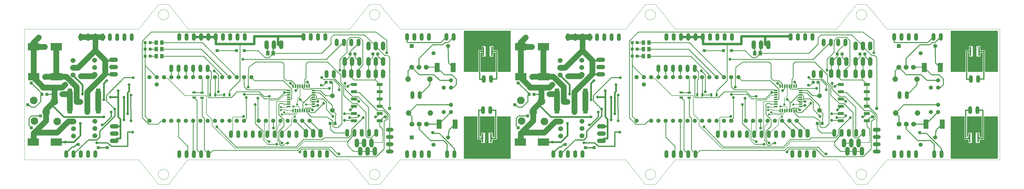
<source format=gtl>
G75*
%MOIN*%
%OFA0B0*%
%FSLAX25Y25*%
%IPPOS*%
%LPD*%
%AMOC8*
5,1,8,0,0,1.08239X$1,22.5*
%
%ADD10C,0.00000*%
%ADD11R,0.04331X0.03937*%
%ADD12C,0.06000*%
%ADD13OC8,0.10000*%
%ADD14R,0.07900X0.04300*%
%ADD15C,0.05800*%
%ADD16C,0.06750*%
%ADD17R,0.05000X0.02200*%
%ADD18R,0.02200X0.05000*%
%ADD19C,0.06500*%
%ADD20C,0.05200*%
%ADD21R,0.15748X0.09843*%
%ADD22R,0.06181X0.11102*%
%ADD23R,0.03150X0.04724*%
%ADD24R,0.04724X0.03150*%
%ADD25R,0.05543X0.05543*%
%ADD26C,0.05543*%
%ADD27R,0.07087X0.12598*%
%ADD28OC8,0.05200*%
%ADD29C,0.07400*%
%ADD30R,0.05118X0.05906*%
%ADD31C,0.01181*%
%ADD32R,0.01969X0.12992*%
%ADD33R,0.01575X0.01969*%
%ADD34R,0.05118X0.12992*%
%ADD35R,0.03937X0.04331*%
%ADD36C,0.00984*%
%ADD37C,0.01000*%
%ADD38C,0.03962*%
%ADD39C,0.02400*%
%ADD40C,0.01200*%
%ADD41C,0.01575*%
%ADD42R,0.03962X0.03962*%
%ADD43C,0.00600*%
%ADD44C,0.03100*%
%ADD45C,0.07874*%
%ADD46C,0.07600*%
%ADD47C,0.04750*%
%ADD48R,0.04750X0.04750*%
%ADD49C,0.03200*%
%ADD50C,0.01600*%
%ADD51R,0.03100X0.03100*%
D10*
X0299195Y0089933D02*
X0272195Y0123933D01*
X0115195Y0123933D01*
X0115195Y0303933D01*
X0272195Y0303933D01*
X0299195Y0337933D01*
X0313195Y0337933D01*
X0340195Y0303933D01*
X0562195Y0303933D01*
X0589195Y0337933D01*
X0603195Y0337933D01*
X0631195Y0303933D01*
X0941195Y0303933D01*
X0968195Y0337933D01*
X0982195Y0337933D01*
X1009195Y0303933D01*
X1231195Y0303933D01*
X1258195Y0337933D01*
X1272195Y0337933D01*
X1300195Y0303933D01*
X1455195Y0303933D01*
X1455195Y0123933D01*
X1300195Y0123933D01*
X1272195Y0089933D01*
X1258195Y0089933D01*
X1232195Y0123933D01*
X1009195Y0123933D01*
X0982195Y0089933D01*
X0968195Y0089933D01*
X0941195Y0123933D01*
X0631195Y0123933D01*
X0603195Y0089933D01*
X0589195Y0089933D01*
X0561195Y0123933D01*
X0339195Y0123933D01*
X0313195Y0089933D01*
X0299195Y0089933D01*
X0299108Y0103933D02*
X0299110Y0104107D01*
X0299117Y0104281D01*
X0299127Y0104454D01*
X0299142Y0104628D01*
X0299161Y0104801D01*
X0299185Y0104973D01*
X0299212Y0105145D01*
X0299244Y0105316D01*
X0299280Y0105486D01*
X0299320Y0105655D01*
X0299365Y0105823D01*
X0299413Y0105990D01*
X0299466Y0106156D01*
X0299522Y0106321D01*
X0299583Y0106484D01*
X0299647Y0106645D01*
X0299716Y0106805D01*
X0299788Y0106963D01*
X0299865Y0107119D01*
X0299945Y0107274D01*
X0300029Y0107426D01*
X0300116Y0107576D01*
X0300208Y0107725D01*
X0300302Y0107870D01*
X0300401Y0108014D01*
X0300503Y0108155D01*
X0300608Y0108293D01*
X0300717Y0108429D01*
X0300829Y0108562D01*
X0300944Y0108692D01*
X0301062Y0108820D01*
X0301184Y0108944D01*
X0301308Y0109066D01*
X0301436Y0109184D01*
X0301566Y0109299D01*
X0301699Y0109411D01*
X0301835Y0109520D01*
X0301973Y0109625D01*
X0302114Y0109727D01*
X0302258Y0109826D01*
X0302403Y0109920D01*
X0302552Y0110012D01*
X0302702Y0110099D01*
X0302854Y0110183D01*
X0303009Y0110263D01*
X0303165Y0110340D01*
X0303323Y0110412D01*
X0303483Y0110481D01*
X0303644Y0110545D01*
X0303807Y0110606D01*
X0303972Y0110662D01*
X0304138Y0110715D01*
X0304305Y0110763D01*
X0304473Y0110808D01*
X0304642Y0110848D01*
X0304812Y0110884D01*
X0304983Y0110916D01*
X0305155Y0110943D01*
X0305327Y0110967D01*
X0305500Y0110986D01*
X0305674Y0111001D01*
X0305847Y0111011D01*
X0306021Y0111018D01*
X0306195Y0111020D01*
X0306369Y0111018D01*
X0306543Y0111011D01*
X0306716Y0111001D01*
X0306890Y0110986D01*
X0307063Y0110967D01*
X0307235Y0110943D01*
X0307407Y0110916D01*
X0307578Y0110884D01*
X0307748Y0110848D01*
X0307917Y0110808D01*
X0308085Y0110763D01*
X0308252Y0110715D01*
X0308418Y0110662D01*
X0308583Y0110606D01*
X0308746Y0110545D01*
X0308907Y0110481D01*
X0309067Y0110412D01*
X0309225Y0110340D01*
X0309381Y0110263D01*
X0309536Y0110183D01*
X0309688Y0110099D01*
X0309838Y0110012D01*
X0309987Y0109920D01*
X0310132Y0109826D01*
X0310276Y0109727D01*
X0310417Y0109625D01*
X0310555Y0109520D01*
X0310691Y0109411D01*
X0310824Y0109299D01*
X0310954Y0109184D01*
X0311082Y0109066D01*
X0311206Y0108944D01*
X0311328Y0108820D01*
X0311446Y0108692D01*
X0311561Y0108562D01*
X0311673Y0108429D01*
X0311782Y0108293D01*
X0311887Y0108155D01*
X0311989Y0108014D01*
X0312088Y0107870D01*
X0312182Y0107725D01*
X0312274Y0107576D01*
X0312361Y0107426D01*
X0312445Y0107274D01*
X0312525Y0107119D01*
X0312602Y0106963D01*
X0312674Y0106805D01*
X0312743Y0106645D01*
X0312807Y0106484D01*
X0312868Y0106321D01*
X0312924Y0106156D01*
X0312977Y0105990D01*
X0313025Y0105823D01*
X0313070Y0105655D01*
X0313110Y0105486D01*
X0313146Y0105316D01*
X0313178Y0105145D01*
X0313205Y0104973D01*
X0313229Y0104801D01*
X0313248Y0104628D01*
X0313263Y0104454D01*
X0313273Y0104281D01*
X0313280Y0104107D01*
X0313282Y0103933D01*
X0313280Y0103759D01*
X0313273Y0103585D01*
X0313263Y0103412D01*
X0313248Y0103238D01*
X0313229Y0103065D01*
X0313205Y0102893D01*
X0313178Y0102721D01*
X0313146Y0102550D01*
X0313110Y0102380D01*
X0313070Y0102211D01*
X0313025Y0102043D01*
X0312977Y0101876D01*
X0312924Y0101710D01*
X0312868Y0101545D01*
X0312807Y0101382D01*
X0312743Y0101221D01*
X0312674Y0101061D01*
X0312602Y0100903D01*
X0312525Y0100747D01*
X0312445Y0100592D01*
X0312361Y0100440D01*
X0312274Y0100290D01*
X0312182Y0100141D01*
X0312088Y0099996D01*
X0311989Y0099852D01*
X0311887Y0099711D01*
X0311782Y0099573D01*
X0311673Y0099437D01*
X0311561Y0099304D01*
X0311446Y0099174D01*
X0311328Y0099046D01*
X0311206Y0098922D01*
X0311082Y0098800D01*
X0310954Y0098682D01*
X0310824Y0098567D01*
X0310691Y0098455D01*
X0310555Y0098346D01*
X0310417Y0098241D01*
X0310276Y0098139D01*
X0310132Y0098040D01*
X0309987Y0097946D01*
X0309838Y0097854D01*
X0309688Y0097767D01*
X0309536Y0097683D01*
X0309381Y0097603D01*
X0309225Y0097526D01*
X0309067Y0097454D01*
X0308907Y0097385D01*
X0308746Y0097321D01*
X0308583Y0097260D01*
X0308418Y0097204D01*
X0308252Y0097151D01*
X0308085Y0097103D01*
X0307917Y0097058D01*
X0307748Y0097018D01*
X0307578Y0096982D01*
X0307407Y0096950D01*
X0307235Y0096923D01*
X0307063Y0096899D01*
X0306890Y0096880D01*
X0306716Y0096865D01*
X0306543Y0096855D01*
X0306369Y0096848D01*
X0306195Y0096846D01*
X0306021Y0096848D01*
X0305847Y0096855D01*
X0305674Y0096865D01*
X0305500Y0096880D01*
X0305327Y0096899D01*
X0305155Y0096923D01*
X0304983Y0096950D01*
X0304812Y0096982D01*
X0304642Y0097018D01*
X0304473Y0097058D01*
X0304305Y0097103D01*
X0304138Y0097151D01*
X0303972Y0097204D01*
X0303807Y0097260D01*
X0303644Y0097321D01*
X0303483Y0097385D01*
X0303323Y0097454D01*
X0303165Y0097526D01*
X0303009Y0097603D01*
X0302854Y0097683D01*
X0302702Y0097767D01*
X0302552Y0097854D01*
X0302403Y0097946D01*
X0302258Y0098040D01*
X0302114Y0098139D01*
X0301973Y0098241D01*
X0301835Y0098346D01*
X0301699Y0098455D01*
X0301566Y0098567D01*
X0301436Y0098682D01*
X0301308Y0098800D01*
X0301184Y0098922D01*
X0301062Y0099046D01*
X0300944Y0099174D01*
X0300829Y0099304D01*
X0300717Y0099437D01*
X0300608Y0099573D01*
X0300503Y0099711D01*
X0300401Y0099852D01*
X0300302Y0099996D01*
X0300208Y0100141D01*
X0300116Y0100290D01*
X0300029Y0100440D01*
X0299945Y0100592D01*
X0299865Y0100747D01*
X0299788Y0100903D01*
X0299716Y0101061D01*
X0299647Y0101221D01*
X0299583Y0101382D01*
X0299522Y0101545D01*
X0299466Y0101710D01*
X0299413Y0101876D01*
X0299365Y0102043D01*
X0299320Y0102211D01*
X0299280Y0102380D01*
X0299244Y0102550D01*
X0299212Y0102721D01*
X0299185Y0102893D01*
X0299161Y0103065D01*
X0299142Y0103238D01*
X0299127Y0103412D01*
X0299117Y0103585D01*
X0299110Y0103759D01*
X0299108Y0103933D01*
X0589108Y0103933D02*
X0589110Y0104107D01*
X0589117Y0104281D01*
X0589127Y0104454D01*
X0589142Y0104628D01*
X0589161Y0104801D01*
X0589185Y0104973D01*
X0589212Y0105145D01*
X0589244Y0105316D01*
X0589280Y0105486D01*
X0589320Y0105655D01*
X0589365Y0105823D01*
X0589413Y0105990D01*
X0589466Y0106156D01*
X0589522Y0106321D01*
X0589583Y0106484D01*
X0589647Y0106645D01*
X0589716Y0106805D01*
X0589788Y0106963D01*
X0589865Y0107119D01*
X0589945Y0107274D01*
X0590029Y0107426D01*
X0590116Y0107576D01*
X0590208Y0107725D01*
X0590302Y0107870D01*
X0590401Y0108014D01*
X0590503Y0108155D01*
X0590608Y0108293D01*
X0590717Y0108429D01*
X0590829Y0108562D01*
X0590944Y0108692D01*
X0591062Y0108820D01*
X0591184Y0108944D01*
X0591308Y0109066D01*
X0591436Y0109184D01*
X0591566Y0109299D01*
X0591699Y0109411D01*
X0591835Y0109520D01*
X0591973Y0109625D01*
X0592114Y0109727D01*
X0592258Y0109826D01*
X0592403Y0109920D01*
X0592552Y0110012D01*
X0592702Y0110099D01*
X0592854Y0110183D01*
X0593009Y0110263D01*
X0593165Y0110340D01*
X0593323Y0110412D01*
X0593483Y0110481D01*
X0593644Y0110545D01*
X0593807Y0110606D01*
X0593972Y0110662D01*
X0594138Y0110715D01*
X0594305Y0110763D01*
X0594473Y0110808D01*
X0594642Y0110848D01*
X0594812Y0110884D01*
X0594983Y0110916D01*
X0595155Y0110943D01*
X0595327Y0110967D01*
X0595500Y0110986D01*
X0595674Y0111001D01*
X0595847Y0111011D01*
X0596021Y0111018D01*
X0596195Y0111020D01*
X0596369Y0111018D01*
X0596543Y0111011D01*
X0596716Y0111001D01*
X0596890Y0110986D01*
X0597063Y0110967D01*
X0597235Y0110943D01*
X0597407Y0110916D01*
X0597578Y0110884D01*
X0597748Y0110848D01*
X0597917Y0110808D01*
X0598085Y0110763D01*
X0598252Y0110715D01*
X0598418Y0110662D01*
X0598583Y0110606D01*
X0598746Y0110545D01*
X0598907Y0110481D01*
X0599067Y0110412D01*
X0599225Y0110340D01*
X0599381Y0110263D01*
X0599536Y0110183D01*
X0599688Y0110099D01*
X0599838Y0110012D01*
X0599987Y0109920D01*
X0600132Y0109826D01*
X0600276Y0109727D01*
X0600417Y0109625D01*
X0600555Y0109520D01*
X0600691Y0109411D01*
X0600824Y0109299D01*
X0600954Y0109184D01*
X0601082Y0109066D01*
X0601206Y0108944D01*
X0601328Y0108820D01*
X0601446Y0108692D01*
X0601561Y0108562D01*
X0601673Y0108429D01*
X0601782Y0108293D01*
X0601887Y0108155D01*
X0601989Y0108014D01*
X0602088Y0107870D01*
X0602182Y0107725D01*
X0602274Y0107576D01*
X0602361Y0107426D01*
X0602445Y0107274D01*
X0602525Y0107119D01*
X0602602Y0106963D01*
X0602674Y0106805D01*
X0602743Y0106645D01*
X0602807Y0106484D01*
X0602868Y0106321D01*
X0602924Y0106156D01*
X0602977Y0105990D01*
X0603025Y0105823D01*
X0603070Y0105655D01*
X0603110Y0105486D01*
X0603146Y0105316D01*
X0603178Y0105145D01*
X0603205Y0104973D01*
X0603229Y0104801D01*
X0603248Y0104628D01*
X0603263Y0104454D01*
X0603273Y0104281D01*
X0603280Y0104107D01*
X0603282Y0103933D01*
X0603280Y0103759D01*
X0603273Y0103585D01*
X0603263Y0103412D01*
X0603248Y0103238D01*
X0603229Y0103065D01*
X0603205Y0102893D01*
X0603178Y0102721D01*
X0603146Y0102550D01*
X0603110Y0102380D01*
X0603070Y0102211D01*
X0603025Y0102043D01*
X0602977Y0101876D01*
X0602924Y0101710D01*
X0602868Y0101545D01*
X0602807Y0101382D01*
X0602743Y0101221D01*
X0602674Y0101061D01*
X0602602Y0100903D01*
X0602525Y0100747D01*
X0602445Y0100592D01*
X0602361Y0100440D01*
X0602274Y0100290D01*
X0602182Y0100141D01*
X0602088Y0099996D01*
X0601989Y0099852D01*
X0601887Y0099711D01*
X0601782Y0099573D01*
X0601673Y0099437D01*
X0601561Y0099304D01*
X0601446Y0099174D01*
X0601328Y0099046D01*
X0601206Y0098922D01*
X0601082Y0098800D01*
X0600954Y0098682D01*
X0600824Y0098567D01*
X0600691Y0098455D01*
X0600555Y0098346D01*
X0600417Y0098241D01*
X0600276Y0098139D01*
X0600132Y0098040D01*
X0599987Y0097946D01*
X0599838Y0097854D01*
X0599688Y0097767D01*
X0599536Y0097683D01*
X0599381Y0097603D01*
X0599225Y0097526D01*
X0599067Y0097454D01*
X0598907Y0097385D01*
X0598746Y0097321D01*
X0598583Y0097260D01*
X0598418Y0097204D01*
X0598252Y0097151D01*
X0598085Y0097103D01*
X0597917Y0097058D01*
X0597748Y0097018D01*
X0597578Y0096982D01*
X0597407Y0096950D01*
X0597235Y0096923D01*
X0597063Y0096899D01*
X0596890Y0096880D01*
X0596716Y0096865D01*
X0596543Y0096855D01*
X0596369Y0096848D01*
X0596195Y0096846D01*
X0596021Y0096848D01*
X0595847Y0096855D01*
X0595674Y0096865D01*
X0595500Y0096880D01*
X0595327Y0096899D01*
X0595155Y0096923D01*
X0594983Y0096950D01*
X0594812Y0096982D01*
X0594642Y0097018D01*
X0594473Y0097058D01*
X0594305Y0097103D01*
X0594138Y0097151D01*
X0593972Y0097204D01*
X0593807Y0097260D01*
X0593644Y0097321D01*
X0593483Y0097385D01*
X0593323Y0097454D01*
X0593165Y0097526D01*
X0593009Y0097603D01*
X0592854Y0097683D01*
X0592702Y0097767D01*
X0592552Y0097854D01*
X0592403Y0097946D01*
X0592258Y0098040D01*
X0592114Y0098139D01*
X0591973Y0098241D01*
X0591835Y0098346D01*
X0591699Y0098455D01*
X0591566Y0098567D01*
X0591436Y0098682D01*
X0591308Y0098800D01*
X0591184Y0098922D01*
X0591062Y0099046D01*
X0590944Y0099174D01*
X0590829Y0099304D01*
X0590717Y0099437D01*
X0590608Y0099573D01*
X0590503Y0099711D01*
X0590401Y0099852D01*
X0590302Y0099996D01*
X0590208Y0100141D01*
X0590116Y0100290D01*
X0590029Y0100440D01*
X0589945Y0100592D01*
X0589865Y0100747D01*
X0589788Y0100903D01*
X0589716Y0101061D01*
X0589647Y0101221D01*
X0589583Y0101382D01*
X0589522Y0101545D01*
X0589466Y0101710D01*
X0589413Y0101876D01*
X0589365Y0102043D01*
X0589320Y0102211D01*
X0589280Y0102380D01*
X0589244Y0102550D01*
X0589212Y0102721D01*
X0589185Y0102893D01*
X0589161Y0103065D01*
X0589142Y0103238D01*
X0589127Y0103412D01*
X0589117Y0103585D01*
X0589110Y0103759D01*
X0589108Y0103933D01*
X0968108Y0103933D02*
X0968110Y0104107D01*
X0968117Y0104281D01*
X0968127Y0104454D01*
X0968142Y0104628D01*
X0968161Y0104801D01*
X0968185Y0104973D01*
X0968212Y0105145D01*
X0968244Y0105316D01*
X0968280Y0105486D01*
X0968320Y0105655D01*
X0968365Y0105823D01*
X0968413Y0105990D01*
X0968466Y0106156D01*
X0968522Y0106321D01*
X0968583Y0106484D01*
X0968647Y0106645D01*
X0968716Y0106805D01*
X0968788Y0106963D01*
X0968865Y0107119D01*
X0968945Y0107274D01*
X0969029Y0107426D01*
X0969116Y0107576D01*
X0969208Y0107725D01*
X0969302Y0107870D01*
X0969401Y0108014D01*
X0969503Y0108155D01*
X0969608Y0108293D01*
X0969717Y0108429D01*
X0969829Y0108562D01*
X0969944Y0108692D01*
X0970062Y0108820D01*
X0970184Y0108944D01*
X0970308Y0109066D01*
X0970436Y0109184D01*
X0970566Y0109299D01*
X0970699Y0109411D01*
X0970835Y0109520D01*
X0970973Y0109625D01*
X0971114Y0109727D01*
X0971258Y0109826D01*
X0971403Y0109920D01*
X0971552Y0110012D01*
X0971702Y0110099D01*
X0971854Y0110183D01*
X0972009Y0110263D01*
X0972165Y0110340D01*
X0972323Y0110412D01*
X0972483Y0110481D01*
X0972644Y0110545D01*
X0972807Y0110606D01*
X0972972Y0110662D01*
X0973138Y0110715D01*
X0973305Y0110763D01*
X0973473Y0110808D01*
X0973642Y0110848D01*
X0973812Y0110884D01*
X0973983Y0110916D01*
X0974155Y0110943D01*
X0974327Y0110967D01*
X0974500Y0110986D01*
X0974674Y0111001D01*
X0974847Y0111011D01*
X0975021Y0111018D01*
X0975195Y0111020D01*
X0975369Y0111018D01*
X0975543Y0111011D01*
X0975716Y0111001D01*
X0975890Y0110986D01*
X0976063Y0110967D01*
X0976235Y0110943D01*
X0976407Y0110916D01*
X0976578Y0110884D01*
X0976748Y0110848D01*
X0976917Y0110808D01*
X0977085Y0110763D01*
X0977252Y0110715D01*
X0977418Y0110662D01*
X0977583Y0110606D01*
X0977746Y0110545D01*
X0977907Y0110481D01*
X0978067Y0110412D01*
X0978225Y0110340D01*
X0978381Y0110263D01*
X0978536Y0110183D01*
X0978688Y0110099D01*
X0978838Y0110012D01*
X0978987Y0109920D01*
X0979132Y0109826D01*
X0979276Y0109727D01*
X0979417Y0109625D01*
X0979555Y0109520D01*
X0979691Y0109411D01*
X0979824Y0109299D01*
X0979954Y0109184D01*
X0980082Y0109066D01*
X0980206Y0108944D01*
X0980328Y0108820D01*
X0980446Y0108692D01*
X0980561Y0108562D01*
X0980673Y0108429D01*
X0980782Y0108293D01*
X0980887Y0108155D01*
X0980989Y0108014D01*
X0981088Y0107870D01*
X0981182Y0107725D01*
X0981274Y0107576D01*
X0981361Y0107426D01*
X0981445Y0107274D01*
X0981525Y0107119D01*
X0981602Y0106963D01*
X0981674Y0106805D01*
X0981743Y0106645D01*
X0981807Y0106484D01*
X0981868Y0106321D01*
X0981924Y0106156D01*
X0981977Y0105990D01*
X0982025Y0105823D01*
X0982070Y0105655D01*
X0982110Y0105486D01*
X0982146Y0105316D01*
X0982178Y0105145D01*
X0982205Y0104973D01*
X0982229Y0104801D01*
X0982248Y0104628D01*
X0982263Y0104454D01*
X0982273Y0104281D01*
X0982280Y0104107D01*
X0982282Y0103933D01*
X0982280Y0103759D01*
X0982273Y0103585D01*
X0982263Y0103412D01*
X0982248Y0103238D01*
X0982229Y0103065D01*
X0982205Y0102893D01*
X0982178Y0102721D01*
X0982146Y0102550D01*
X0982110Y0102380D01*
X0982070Y0102211D01*
X0982025Y0102043D01*
X0981977Y0101876D01*
X0981924Y0101710D01*
X0981868Y0101545D01*
X0981807Y0101382D01*
X0981743Y0101221D01*
X0981674Y0101061D01*
X0981602Y0100903D01*
X0981525Y0100747D01*
X0981445Y0100592D01*
X0981361Y0100440D01*
X0981274Y0100290D01*
X0981182Y0100141D01*
X0981088Y0099996D01*
X0980989Y0099852D01*
X0980887Y0099711D01*
X0980782Y0099573D01*
X0980673Y0099437D01*
X0980561Y0099304D01*
X0980446Y0099174D01*
X0980328Y0099046D01*
X0980206Y0098922D01*
X0980082Y0098800D01*
X0979954Y0098682D01*
X0979824Y0098567D01*
X0979691Y0098455D01*
X0979555Y0098346D01*
X0979417Y0098241D01*
X0979276Y0098139D01*
X0979132Y0098040D01*
X0978987Y0097946D01*
X0978838Y0097854D01*
X0978688Y0097767D01*
X0978536Y0097683D01*
X0978381Y0097603D01*
X0978225Y0097526D01*
X0978067Y0097454D01*
X0977907Y0097385D01*
X0977746Y0097321D01*
X0977583Y0097260D01*
X0977418Y0097204D01*
X0977252Y0097151D01*
X0977085Y0097103D01*
X0976917Y0097058D01*
X0976748Y0097018D01*
X0976578Y0096982D01*
X0976407Y0096950D01*
X0976235Y0096923D01*
X0976063Y0096899D01*
X0975890Y0096880D01*
X0975716Y0096865D01*
X0975543Y0096855D01*
X0975369Y0096848D01*
X0975195Y0096846D01*
X0975021Y0096848D01*
X0974847Y0096855D01*
X0974674Y0096865D01*
X0974500Y0096880D01*
X0974327Y0096899D01*
X0974155Y0096923D01*
X0973983Y0096950D01*
X0973812Y0096982D01*
X0973642Y0097018D01*
X0973473Y0097058D01*
X0973305Y0097103D01*
X0973138Y0097151D01*
X0972972Y0097204D01*
X0972807Y0097260D01*
X0972644Y0097321D01*
X0972483Y0097385D01*
X0972323Y0097454D01*
X0972165Y0097526D01*
X0972009Y0097603D01*
X0971854Y0097683D01*
X0971702Y0097767D01*
X0971552Y0097854D01*
X0971403Y0097946D01*
X0971258Y0098040D01*
X0971114Y0098139D01*
X0970973Y0098241D01*
X0970835Y0098346D01*
X0970699Y0098455D01*
X0970566Y0098567D01*
X0970436Y0098682D01*
X0970308Y0098800D01*
X0970184Y0098922D01*
X0970062Y0099046D01*
X0969944Y0099174D01*
X0969829Y0099304D01*
X0969717Y0099437D01*
X0969608Y0099573D01*
X0969503Y0099711D01*
X0969401Y0099852D01*
X0969302Y0099996D01*
X0969208Y0100141D01*
X0969116Y0100290D01*
X0969029Y0100440D01*
X0968945Y0100592D01*
X0968865Y0100747D01*
X0968788Y0100903D01*
X0968716Y0101061D01*
X0968647Y0101221D01*
X0968583Y0101382D01*
X0968522Y0101545D01*
X0968466Y0101710D01*
X0968413Y0101876D01*
X0968365Y0102043D01*
X0968320Y0102211D01*
X0968280Y0102380D01*
X0968244Y0102550D01*
X0968212Y0102721D01*
X0968185Y0102893D01*
X0968161Y0103065D01*
X0968142Y0103238D01*
X0968127Y0103412D01*
X0968117Y0103585D01*
X0968110Y0103759D01*
X0968108Y0103933D01*
X1258108Y0103933D02*
X1258110Y0104107D01*
X1258117Y0104281D01*
X1258127Y0104454D01*
X1258142Y0104628D01*
X1258161Y0104801D01*
X1258185Y0104973D01*
X1258212Y0105145D01*
X1258244Y0105316D01*
X1258280Y0105486D01*
X1258320Y0105655D01*
X1258365Y0105823D01*
X1258413Y0105990D01*
X1258466Y0106156D01*
X1258522Y0106321D01*
X1258583Y0106484D01*
X1258647Y0106645D01*
X1258716Y0106805D01*
X1258788Y0106963D01*
X1258865Y0107119D01*
X1258945Y0107274D01*
X1259029Y0107426D01*
X1259116Y0107576D01*
X1259208Y0107725D01*
X1259302Y0107870D01*
X1259401Y0108014D01*
X1259503Y0108155D01*
X1259608Y0108293D01*
X1259717Y0108429D01*
X1259829Y0108562D01*
X1259944Y0108692D01*
X1260062Y0108820D01*
X1260184Y0108944D01*
X1260308Y0109066D01*
X1260436Y0109184D01*
X1260566Y0109299D01*
X1260699Y0109411D01*
X1260835Y0109520D01*
X1260973Y0109625D01*
X1261114Y0109727D01*
X1261258Y0109826D01*
X1261403Y0109920D01*
X1261552Y0110012D01*
X1261702Y0110099D01*
X1261854Y0110183D01*
X1262009Y0110263D01*
X1262165Y0110340D01*
X1262323Y0110412D01*
X1262483Y0110481D01*
X1262644Y0110545D01*
X1262807Y0110606D01*
X1262972Y0110662D01*
X1263138Y0110715D01*
X1263305Y0110763D01*
X1263473Y0110808D01*
X1263642Y0110848D01*
X1263812Y0110884D01*
X1263983Y0110916D01*
X1264155Y0110943D01*
X1264327Y0110967D01*
X1264500Y0110986D01*
X1264674Y0111001D01*
X1264847Y0111011D01*
X1265021Y0111018D01*
X1265195Y0111020D01*
X1265369Y0111018D01*
X1265543Y0111011D01*
X1265716Y0111001D01*
X1265890Y0110986D01*
X1266063Y0110967D01*
X1266235Y0110943D01*
X1266407Y0110916D01*
X1266578Y0110884D01*
X1266748Y0110848D01*
X1266917Y0110808D01*
X1267085Y0110763D01*
X1267252Y0110715D01*
X1267418Y0110662D01*
X1267583Y0110606D01*
X1267746Y0110545D01*
X1267907Y0110481D01*
X1268067Y0110412D01*
X1268225Y0110340D01*
X1268381Y0110263D01*
X1268536Y0110183D01*
X1268688Y0110099D01*
X1268838Y0110012D01*
X1268987Y0109920D01*
X1269132Y0109826D01*
X1269276Y0109727D01*
X1269417Y0109625D01*
X1269555Y0109520D01*
X1269691Y0109411D01*
X1269824Y0109299D01*
X1269954Y0109184D01*
X1270082Y0109066D01*
X1270206Y0108944D01*
X1270328Y0108820D01*
X1270446Y0108692D01*
X1270561Y0108562D01*
X1270673Y0108429D01*
X1270782Y0108293D01*
X1270887Y0108155D01*
X1270989Y0108014D01*
X1271088Y0107870D01*
X1271182Y0107725D01*
X1271274Y0107576D01*
X1271361Y0107426D01*
X1271445Y0107274D01*
X1271525Y0107119D01*
X1271602Y0106963D01*
X1271674Y0106805D01*
X1271743Y0106645D01*
X1271807Y0106484D01*
X1271868Y0106321D01*
X1271924Y0106156D01*
X1271977Y0105990D01*
X1272025Y0105823D01*
X1272070Y0105655D01*
X1272110Y0105486D01*
X1272146Y0105316D01*
X1272178Y0105145D01*
X1272205Y0104973D01*
X1272229Y0104801D01*
X1272248Y0104628D01*
X1272263Y0104454D01*
X1272273Y0104281D01*
X1272280Y0104107D01*
X1272282Y0103933D01*
X1272280Y0103759D01*
X1272273Y0103585D01*
X1272263Y0103412D01*
X1272248Y0103238D01*
X1272229Y0103065D01*
X1272205Y0102893D01*
X1272178Y0102721D01*
X1272146Y0102550D01*
X1272110Y0102380D01*
X1272070Y0102211D01*
X1272025Y0102043D01*
X1271977Y0101876D01*
X1271924Y0101710D01*
X1271868Y0101545D01*
X1271807Y0101382D01*
X1271743Y0101221D01*
X1271674Y0101061D01*
X1271602Y0100903D01*
X1271525Y0100747D01*
X1271445Y0100592D01*
X1271361Y0100440D01*
X1271274Y0100290D01*
X1271182Y0100141D01*
X1271088Y0099996D01*
X1270989Y0099852D01*
X1270887Y0099711D01*
X1270782Y0099573D01*
X1270673Y0099437D01*
X1270561Y0099304D01*
X1270446Y0099174D01*
X1270328Y0099046D01*
X1270206Y0098922D01*
X1270082Y0098800D01*
X1269954Y0098682D01*
X1269824Y0098567D01*
X1269691Y0098455D01*
X1269555Y0098346D01*
X1269417Y0098241D01*
X1269276Y0098139D01*
X1269132Y0098040D01*
X1268987Y0097946D01*
X1268838Y0097854D01*
X1268688Y0097767D01*
X1268536Y0097683D01*
X1268381Y0097603D01*
X1268225Y0097526D01*
X1268067Y0097454D01*
X1267907Y0097385D01*
X1267746Y0097321D01*
X1267583Y0097260D01*
X1267418Y0097204D01*
X1267252Y0097151D01*
X1267085Y0097103D01*
X1266917Y0097058D01*
X1266748Y0097018D01*
X1266578Y0096982D01*
X1266407Y0096950D01*
X1266235Y0096923D01*
X1266063Y0096899D01*
X1265890Y0096880D01*
X1265716Y0096865D01*
X1265543Y0096855D01*
X1265369Y0096848D01*
X1265195Y0096846D01*
X1265021Y0096848D01*
X1264847Y0096855D01*
X1264674Y0096865D01*
X1264500Y0096880D01*
X1264327Y0096899D01*
X1264155Y0096923D01*
X1263983Y0096950D01*
X1263812Y0096982D01*
X1263642Y0097018D01*
X1263473Y0097058D01*
X1263305Y0097103D01*
X1263138Y0097151D01*
X1262972Y0097204D01*
X1262807Y0097260D01*
X1262644Y0097321D01*
X1262483Y0097385D01*
X1262323Y0097454D01*
X1262165Y0097526D01*
X1262009Y0097603D01*
X1261854Y0097683D01*
X1261702Y0097767D01*
X1261552Y0097854D01*
X1261403Y0097946D01*
X1261258Y0098040D01*
X1261114Y0098139D01*
X1260973Y0098241D01*
X1260835Y0098346D01*
X1260699Y0098455D01*
X1260566Y0098567D01*
X1260436Y0098682D01*
X1260308Y0098800D01*
X1260184Y0098922D01*
X1260062Y0099046D01*
X1259944Y0099174D01*
X1259829Y0099304D01*
X1259717Y0099437D01*
X1259608Y0099573D01*
X1259503Y0099711D01*
X1259401Y0099852D01*
X1259302Y0099996D01*
X1259208Y0100141D01*
X1259116Y0100290D01*
X1259029Y0100440D01*
X1258945Y0100592D01*
X1258865Y0100747D01*
X1258788Y0100903D01*
X1258716Y0101061D01*
X1258647Y0101221D01*
X1258583Y0101382D01*
X1258522Y0101545D01*
X1258466Y0101710D01*
X1258413Y0101876D01*
X1258365Y0102043D01*
X1258320Y0102211D01*
X1258280Y0102380D01*
X1258244Y0102550D01*
X1258212Y0102721D01*
X1258185Y0102893D01*
X1258161Y0103065D01*
X1258142Y0103238D01*
X1258127Y0103412D01*
X1258117Y0103585D01*
X1258110Y0103759D01*
X1258108Y0103933D01*
X1258108Y0323933D02*
X1258110Y0324107D01*
X1258117Y0324281D01*
X1258127Y0324454D01*
X1258142Y0324628D01*
X1258161Y0324801D01*
X1258185Y0324973D01*
X1258212Y0325145D01*
X1258244Y0325316D01*
X1258280Y0325486D01*
X1258320Y0325655D01*
X1258365Y0325823D01*
X1258413Y0325990D01*
X1258466Y0326156D01*
X1258522Y0326321D01*
X1258583Y0326484D01*
X1258647Y0326645D01*
X1258716Y0326805D01*
X1258788Y0326963D01*
X1258865Y0327119D01*
X1258945Y0327274D01*
X1259029Y0327426D01*
X1259116Y0327576D01*
X1259208Y0327725D01*
X1259302Y0327870D01*
X1259401Y0328014D01*
X1259503Y0328155D01*
X1259608Y0328293D01*
X1259717Y0328429D01*
X1259829Y0328562D01*
X1259944Y0328692D01*
X1260062Y0328820D01*
X1260184Y0328944D01*
X1260308Y0329066D01*
X1260436Y0329184D01*
X1260566Y0329299D01*
X1260699Y0329411D01*
X1260835Y0329520D01*
X1260973Y0329625D01*
X1261114Y0329727D01*
X1261258Y0329826D01*
X1261403Y0329920D01*
X1261552Y0330012D01*
X1261702Y0330099D01*
X1261854Y0330183D01*
X1262009Y0330263D01*
X1262165Y0330340D01*
X1262323Y0330412D01*
X1262483Y0330481D01*
X1262644Y0330545D01*
X1262807Y0330606D01*
X1262972Y0330662D01*
X1263138Y0330715D01*
X1263305Y0330763D01*
X1263473Y0330808D01*
X1263642Y0330848D01*
X1263812Y0330884D01*
X1263983Y0330916D01*
X1264155Y0330943D01*
X1264327Y0330967D01*
X1264500Y0330986D01*
X1264674Y0331001D01*
X1264847Y0331011D01*
X1265021Y0331018D01*
X1265195Y0331020D01*
X1265369Y0331018D01*
X1265543Y0331011D01*
X1265716Y0331001D01*
X1265890Y0330986D01*
X1266063Y0330967D01*
X1266235Y0330943D01*
X1266407Y0330916D01*
X1266578Y0330884D01*
X1266748Y0330848D01*
X1266917Y0330808D01*
X1267085Y0330763D01*
X1267252Y0330715D01*
X1267418Y0330662D01*
X1267583Y0330606D01*
X1267746Y0330545D01*
X1267907Y0330481D01*
X1268067Y0330412D01*
X1268225Y0330340D01*
X1268381Y0330263D01*
X1268536Y0330183D01*
X1268688Y0330099D01*
X1268838Y0330012D01*
X1268987Y0329920D01*
X1269132Y0329826D01*
X1269276Y0329727D01*
X1269417Y0329625D01*
X1269555Y0329520D01*
X1269691Y0329411D01*
X1269824Y0329299D01*
X1269954Y0329184D01*
X1270082Y0329066D01*
X1270206Y0328944D01*
X1270328Y0328820D01*
X1270446Y0328692D01*
X1270561Y0328562D01*
X1270673Y0328429D01*
X1270782Y0328293D01*
X1270887Y0328155D01*
X1270989Y0328014D01*
X1271088Y0327870D01*
X1271182Y0327725D01*
X1271274Y0327576D01*
X1271361Y0327426D01*
X1271445Y0327274D01*
X1271525Y0327119D01*
X1271602Y0326963D01*
X1271674Y0326805D01*
X1271743Y0326645D01*
X1271807Y0326484D01*
X1271868Y0326321D01*
X1271924Y0326156D01*
X1271977Y0325990D01*
X1272025Y0325823D01*
X1272070Y0325655D01*
X1272110Y0325486D01*
X1272146Y0325316D01*
X1272178Y0325145D01*
X1272205Y0324973D01*
X1272229Y0324801D01*
X1272248Y0324628D01*
X1272263Y0324454D01*
X1272273Y0324281D01*
X1272280Y0324107D01*
X1272282Y0323933D01*
X1272280Y0323759D01*
X1272273Y0323585D01*
X1272263Y0323412D01*
X1272248Y0323238D01*
X1272229Y0323065D01*
X1272205Y0322893D01*
X1272178Y0322721D01*
X1272146Y0322550D01*
X1272110Y0322380D01*
X1272070Y0322211D01*
X1272025Y0322043D01*
X1271977Y0321876D01*
X1271924Y0321710D01*
X1271868Y0321545D01*
X1271807Y0321382D01*
X1271743Y0321221D01*
X1271674Y0321061D01*
X1271602Y0320903D01*
X1271525Y0320747D01*
X1271445Y0320592D01*
X1271361Y0320440D01*
X1271274Y0320290D01*
X1271182Y0320141D01*
X1271088Y0319996D01*
X1270989Y0319852D01*
X1270887Y0319711D01*
X1270782Y0319573D01*
X1270673Y0319437D01*
X1270561Y0319304D01*
X1270446Y0319174D01*
X1270328Y0319046D01*
X1270206Y0318922D01*
X1270082Y0318800D01*
X1269954Y0318682D01*
X1269824Y0318567D01*
X1269691Y0318455D01*
X1269555Y0318346D01*
X1269417Y0318241D01*
X1269276Y0318139D01*
X1269132Y0318040D01*
X1268987Y0317946D01*
X1268838Y0317854D01*
X1268688Y0317767D01*
X1268536Y0317683D01*
X1268381Y0317603D01*
X1268225Y0317526D01*
X1268067Y0317454D01*
X1267907Y0317385D01*
X1267746Y0317321D01*
X1267583Y0317260D01*
X1267418Y0317204D01*
X1267252Y0317151D01*
X1267085Y0317103D01*
X1266917Y0317058D01*
X1266748Y0317018D01*
X1266578Y0316982D01*
X1266407Y0316950D01*
X1266235Y0316923D01*
X1266063Y0316899D01*
X1265890Y0316880D01*
X1265716Y0316865D01*
X1265543Y0316855D01*
X1265369Y0316848D01*
X1265195Y0316846D01*
X1265021Y0316848D01*
X1264847Y0316855D01*
X1264674Y0316865D01*
X1264500Y0316880D01*
X1264327Y0316899D01*
X1264155Y0316923D01*
X1263983Y0316950D01*
X1263812Y0316982D01*
X1263642Y0317018D01*
X1263473Y0317058D01*
X1263305Y0317103D01*
X1263138Y0317151D01*
X1262972Y0317204D01*
X1262807Y0317260D01*
X1262644Y0317321D01*
X1262483Y0317385D01*
X1262323Y0317454D01*
X1262165Y0317526D01*
X1262009Y0317603D01*
X1261854Y0317683D01*
X1261702Y0317767D01*
X1261552Y0317854D01*
X1261403Y0317946D01*
X1261258Y0318040D01*
X1261114Y0318139D01*
X1260973Y0318241D01*
X1260835Y0318346D01*
X1260699Y0318455D01*
X1260566Y0318567D01*
X1260436Y0318682D01*
X1260308Y0318800D01*
X1260184Y0318922D01*
X1260062Y0319046D01*
X1259944Y0319174D01*
X1259829Y0319304D01*
X1259717Y0319437D01*
X1259608Y0319573D01*
X1259503Y0319711D01*
X1259401Y0319852D01*
X1259302Y0319996D01*
X1259208Y0320141D01*
X1259116Y0320290D01*
X1259029Y0320440D01*
X1258945Y0320592D01*
X1258865Y0320747D01*
X1258788Y0320903D01*
X1258716Y0321061D01*
X1258647Y0321221D01*
X1258583Y0321382D01*
X1258522Y0321545D01*
X1258466Y0321710D01*
X1258413Y0321876D01*
X1258365Y0322043D01*
X1258320Y0322211D01*
X1258280Y0322380D01*
X1258244Y0322550D01*
X1258212Y0322721D01*
X1258185Y0322893D01*
X1258161Y0323065D01*
X1258142Y0323238D01*
X1258127Y0323412D01*
X1258117Y0323585D01*
X1258110Y0323759D01*
X1258108Y0323933D01*
X0968108Y0323933D02*
X0968110Y0324107D01*
X0968117Y0324281D01*
X0968127Y0324454D01*
X0968142Y0324628D01*
X0968161Y0324801D01*
X0968185Y0324973D01*
X0968212Y0325145D01*
X0968244Y0325316D01*
X0968280Y0325486D01*
X0968320Y0325655D01*
X0968365Y0325823D01*
X0968413Y0325990D01*
X0968466Y0326156D01*
X0968522Y0326321D01*
X0968583Y0326484D01*
X0968647Y0326645D01*
X0968716Y0326805D01*
X0968788Y0326963D01*
X0968865Y0327119D01*
X0968945Y0327274D01*
X0969029Y0327426D01*
X0969116Y0327576D01*
X0969208Y0327725D01*
X0969302Y0327870D01*
X0969401Y0328014D01*
X0969503Y0328155D01*
X0969608Y0328293D01*
X0969717Y0328429D01*
X0969829Y0328562D01*
X0969944Y0328692D01*
X0970062Y0328820D01*
X0970184Y0328944D01*
X0970308Y0329066D01*
X0970436Y0329184D01*
X0970566Y0329299D01*
X0970699Y0329411D01*
X0970835Y0329520D01*
X0970973Y0329625D01*
X0971114Y0329727D01*
X0971258Y0329826D01*
X0971403Y0329920D01*
X0971552Y0330012D01*
X0971702Y0330099D01*
X0971854Y0330183D01*
X0972009Y0330263D01*
X0972165Y0330340D01*
X0972323Y0330412D01*
X0972483Y0330481D01*
X0972644Y0330545D01*
X0972807Y0330606D01*
X0972972Y0330662D01*
X0973138Y0330715D01*
X0973305Y0330763D01*
X0973473Y0330808D01*
X0973642Y0330848D01*
X0973812Y0330884D01*
X0973983Y0330916D01*
X0974155Y0330943D01*
X0974327Y0330967D01*
X0974500Y0330986D01*
X0974674Y0331001D01*
X0974847Y0331011D01*
X0975021Y0331018D01*
X0975195Y0331020D01*
X0975369Y0331018D01*
X0975543Y0331011D01*
X0975716Y0331001D01*
X0975890Y0330986D01*
X0976063Y0330967D01*
X0976235Y0330943D01*
X0976407Y0330916D01*
X0976578Y0330884D01*
X0976748Y0330848D01*
X0976917Y0330808D01*
X0977085Y0330763D01*
X0977252Y0330715D01*
X0977418Y0330662D01*
X0977583Y0330606D01*
X0977746Y0330545D01*
X0977907Y0330481D01*
X0978067Y0330412D01*
X0978225Y0330340D01*
X0978381Y0330263D01*
X0978536Y0330183D01*
X0978688Y0330099D01*
X0978838Y0330012D01*
X0978987Y0329920D01*
X0979132Y0329826D01*
X0979276Y0329727D01*
X0979417Y0329625D01*
X0979555Y0329520D01*
X0979691Y0329411D01*
X0979824Y0329299D01*
X0979954Y0329184D01*
X0980082Y0329066D01*
X0980206Y0328944D01*
X0980328Y0328820D01*
X0980446Y0328692D01*
X0980561Y0328562D01*
X0980673Y0328429D01*
X0980782Y0328293D01*
X0980887Y0328155D01*
X0980989Y0328014D01*
X0981088Y0327870D01*
X0981182Y0327725D01*
X0981274Y0327576D01*
X0981361Y0327426D01*
X0981445Y0327274D01*
X0981525Y0327119D01*
X0981602Y0326963D01*
X0981674Y0326805D01*
X0981743Y0326645D01*
X0981807Y0326484D01*
X0981868Y0326321D01*
X0981924Y0326156D01*
X0981977Y0325990D01*
X0982025Y0325823D01*
X0982070Y0325655D01*
X0982110Y0325486D01*
X0982146Y0325316D01*
X0982178Y0325145D01*
X0982205Y0324973D01*
X0982229Y0324801D01*
X0982248Y0324628D01*
X0982263Y0324454D01*
X0982273Y0324281D01*
X0982280Y0324107D01*
X0982282Y0323933D01*
X0982280Y0323759D01*
X0982273Y0323585D01*
X0982263Y0323412D01*
X0982248Y0323238D01*
X0982229Y0323065D01*
X0982205Y0322893D01*
X0982178Y0322721D01*
X0982146Y0322550D01*
X0982110Y0322380D01*
X0982070Y0322211D01*
X0982025Y0322043D01*
X0981977Y0321876D01*
X0981924Y0321710D01*
X0981868Y0321545D01*
X0981807Y0321382D01*
X0981743Y0321221D01*
X0981674Y0321061D01*
X0981602Y0320903D01*
X0981525Y0320747D01*
X0981445Y0320592D01*
X0981361Y0320440D01*
X0981274Y0320290D01*
X0981182Y0320141D01*
X0981088Y0319996D01*
X0980989Y0319852D01*
X0980887Y0319711D01*
X0980782Y0319573D01*
X0980673Y0319437D01*
X0980561Y0319304D01*
X0980446Y0319174D01*
X0980328Y0319046D01*
X0980206Y0318922D01*
X0980082Y0318800D01*
X0979954Y0318682D01*
X0979824Y0318567D01*
X0979691Y0318455D01*
X0979555Y0318346D01*
X0979417Y0318241D01*
X0979276Y0318139D01*
X0979132Y0318040D01*
X0978987Y0317946D01*
X0978838Y0317854D01*
X0978688Y0317767D01*
X0978536Y0317683D01*
X0978381Y0317603D01*
X0978225Y0317526D01*
X0978067Y0317454D01*
X0977907Y0317385D01*
X0977746Y0317321D01*
X0977583Y0317260D01*
X0977418Y0317204D01*
X0977252Y0317151D01*
X0977085Y0317103D01*
X0976917Y0317058D01*
X0976748Y0317018D01*
X0976578Y0316982D01*
X0976407Y0316950D01*
X0976235Y0316923D01*
X0976063Y0316899D01*
X0975890Y0316880D01*
X0975716Y0316865D01*
X0975543Y0316855D01*
X0975369Y0316848D01*
X0975195Y0316846D01*
X0975021Y0316848D01*
X0974847Y0316855D01*
X0974674Y0316865D01*
X0974500Y0316880D01*
X0974327Y0316899D01*
X0974155Y0316923D01*
X0973983Y0316950D01*
X0973812Y0316982D01*
X0973642Y0317018D01*
X0973473Y0317058D01*
X0973305Y0317103D01*
X0973138Y0317151D01*
X0972972Y0317204D01*
X0972807Y0317260D01*
X0972644Y0317321D01*
X0972483Y0317385D01*
X0972323Y0317454D01*
X0972165Y0317526D01*
X0972009Y0317603D01*
X0971854Y0317683D01*
X0971702Y0317767D01*
X0971552Y0317854D01*
X0971403Y0317946D01*
X0971258Y0318040D01*
X0971114Y0318139D01*
X0970973Y0318241D01*
X0970835Y0318346D01*
X0970699Y0318455D01*
X0970566Y0318567D01*
X0970436Y0318682D01*
X0970308Y0318800D01*
X0970184Y0318922D01*
X0970062Y0319046D01*
X0969944Y0319174D01*
X0969829Y0319304D01*
X0969717Y0319437D01*
X0969608Y0319573D01*
X0969503Y0319711D01*
X0969401Y0319852D01*
X0969302Y0319996D01*
X0969208Y0320141D01*
X0969116Y0320290D01*
X0969029Y0320440D01*
X0968945Y0320592D01*
X0968865Y0320747D01*
X0968788Y0320903D01*
X0968716Y0321061D01*
X0968647Y0321221D01*
X0968583Y0321382D01*
X0968522Y0321545D01*
X0968466Y0321710D01*
X0968413Y0321876D01*
X0968365Y0322043D01*
X0968320Y0322211D01*
X0968280Y0322380D01*
X0968244Y0322550D01*
X0968212Y0322721D01*
X0968185Y0322893D01*
X0968161Y0323065D01*
X0968142Y0323238D01*
X0968127Y0323412D01*
X0968117Y0323585D01*
X0968110Y0323759D01*
X0968108Y0323933D01*
X0589108Y0323933D02*
X0589110Y0324107D01*
X0589117Y0324281D01*
X0589127Y0324454D01*
X0589142Y0324628D01*
X0589161Y0324801D01*
X0589185Y0324973D01*
X0589212Y0325145D01*
X0589244Y0325316D01*
X0589280Y0325486D01*
X0589320Y0325655D01*
X0589365Y0325823D01*
X0589413Y0325990D01*
X0589466Y0326156D01*
X0589522Y0326321D01*
X0589583Y0326484D01*
X0589647Y0326645D01*
X0589716Y0326805D01*
X0589788Y0326963D01*
X0589865Y0327119D01*
X0589945Y0327274D01*
X0590029Y0327426D01*
X0590116Y0327576D01*
X0590208Y0327725D01*
X0590302Y0327870D01*
X0590401Y0328014D01*
X0590503Y0328155D01*
X0590608Y0328293D01*
X0590717Y0328429D01*
X0590829Y0328562D01*
X0590944Y0328692D01*
X0591062Y0328820D01*
X0591184Y0328944D01*
X0591308Y0329066D01*
X0591436Y0329184D01*
X0591566Y0329299D01*
X0591699Y0329411D01*
X0591835Y0329520D01*
X0591973Y0329625D01*
X0592114Y0329727D01*
X0592258Y0329826D01*
X0592403Y0329920D01*
X0592552Y0330012D01*
X0592702Y0330099D01*
X0592854Y0330183D01*
X0593009Y0330263D01*
X0593165Y0330340D01*
X0593323Y0330412D01*
X0593483Y0330481D01*
X0593644Y0330545D01*
X0593807Y0330606D01*
X0593972Y0330662D01*
X0594138Y0330715D01*
X0594305Y0330763D01*
X0594473Y0330808D01*
X0594642Y0330848D01*
X0594812Y0330884D01*
X0594983Y0330916D01*
X0595155Y0330943D01*
X0595327Y0330967D01*
X0595500Y0330986D01*
X0595674Y0331001D01*
X0595847Y0331011D01*
X0596021Y0331018D01*
X0596195Y0331020D01*
X0596369Y0331018D01*
X0596543Y0331011D01*
X0596716Y0331001D01*
X0596890Y0330986D01*
X0597063Y0330967D01*
X0597235Y0330943D01*
X0597407Y0330916D01*
X0597578Y0330884D01*
X0597748Y0330848D01*
X0597917Y0330808D01*
X0598085Y0330763D01*
X0598252Y0330715D01*
X0598418Y0330662D01*
X0598583Y0330606D01*
X0598746Y0330545D01*
X0598907Y0330481D01*
X0599067Y0330412D01*
X0599225Y0330340D01*
X0599381Y0330263D01*
X0599536Y0330183D01*
X0599688Y0330099D01*
X0599838Y0330012D01*
X0599987Y0329920D01*
X0600132Y0329826D01*
X0600276Y0329727D01*
X0600417Y0329625D01*
X0600555Y0329520D01*
X0600691Y0329411D01*
X0600824Y0329299D01*
X0600954Y0329184D01*
X0601082Y0329066D01*
X0601206Y0328944D01*
X0601328Y0328820D01*
X0601446Y0328692D01*
X0601561Y0328562D01*
X0601673Y0328429D01*
X0601782Y0328293D01*
X0601887Y0328155D01*
X0601989Y0328014D01*
X0602088Y0327870D01*
X0602182Y0327725D01*
X0602274Y0327576D01*
X0602361Y0327426D01*
X0602445Y0327274D01*
X0602525Y0327119D01*
X0602602Y0326963D01*
X0602674Y0326805D01*
X0602743Y0326645D01*
X0602807Y0326484D01*
X0602868Y0326321D01*
X0602924Y0326156D01*
X0602977Y0325990D01*
X0603025Y0325823D01*
X0603070Y0325655D01*
X0603110Y0325486D01*
X0603146Y0325316D01*
X0603178Y0325145D01*
X0603205Y0324973D01*
X0603229Y0324801D01*
X0603248Y0324628D01*
X0603263Y0324454D01*
X0603273Y0324281D01*
X0603280Y0324107D01*
X0603282Y0323933D01*
X0603280Y0323759D01*
X0603273Y0323585D01*
X0603263Y0323412D01*
X0603248Y0323238D01*
X0603229Y0323065D01*
X0603205Y0322893D01*
X0603178Y0322721D01*
X0603146Y0322550D01*
X0603110Y0322380D01*
X0603070Y0322211D01*
X0603025Y0322043D01*
X0602977Y0321876D01*
X0602924Y0321710D01*
X0602868Y0321545D01*
X0602807Y0321382D01*
X0602743Y0321221D01*
X0602674Y0321061D01*
X0602602Y0320903D01*
X0602525Y0320747D01*
X0602445Y0320592D01*
X0602361Y0320440D01*
X0602274Y0320290D01*
X0602182Y0320141D01*
X0602088Y0319996D01*
X0601989Y0319852D01*
X0601887Y0319711D01*
X0601782Y0319573D01*
X0601673Y0319437D01*
X0601561Y0319304D01*
X0601446Y0319174D01*
X0601328Y0319046D01*
X0601206Y0318922D01*
X0601082Y0318800D01*
X0600954Y0318682D01*
X0600824Y0318567D01*
X0600691Y0318455D01*
X0600555Y0318346D01*
X0600417Y0318241D01*
X0600276Y0318139D01*
X0600132Y0318040D01*
X0599987Y0317946D01*
X0599838Y0317854D01*
X0599688Y0317767D01*
X0599536Y0317683D01*
X0599381Y0317603D01*
X0599225Y0317526D01*
X0599067Y0317454D01*
X0598907Y0317385D01*
X0598746Y0317321D01*
X0598583Y0317260D01*
X0598418Y0317204D01*
X0598252Y0317151D01*
X0598085Y0317103D01*
X0597917Y0317058D01*
X0597748Y0317018D01*
X0597578Y0316982D01*
X0597407Y0316950D01*
X0597235Y0316923D01*
X0597063Y0316899D01*
X0596890Y0316880D01*
X0596716Y0316865D01*
X0596543Y0316855D01*
X0596369Y0316848D01*
X0596195Y0316846D01*
X0596021Y0316848D01*
X0595847Y0316855D01*
X0595674Y0316865D01*
X0595500Y0316880D01*
X0595327Y0316899D01*
X0595155Y0316923D01*
X0594983Y0316950D01*
X0594812Y0316982D01*
X0594642Y0317018D01*
X0594473Y0317058D01*
X0594305Y0317103D01*
X0594138Y0317151D01*
X0593972Y0317204D01*
X0593807Y0317260D01*
X0593644Y0317321D01*
X0593483Y0317385D01*
X0593323Y0317454D01*
X0593165Y0317526D01*
X0593009Y0317603D01*
X0592854Y0317683D01*
X0592702Y0317767D01*
X0592552Y0317854D01*
X0592403Y0317946D01*
X0592258Y0318040D01*
X0592114Y0318139D01*
X0591973Y0318241D01*
X0591835Y0318346D01*
X0591699Y0318455D01*
X0591566Y0318567D01*
X0591436Y0318682D01*
X0591308Y0318800D01*
X0591184Y0318922D01*
X0591062Y0319046D01*
X0590944Y0319174D01*
X0590829Y0319304D01*
X0590717Y0319437D01*
X0590608Y0319573D01*
X0590503Y0319711D01*
X0590401Y0319852D01*
X0590302Y0319996D01*
X0590208Y0320141D01*
X0590116Y0320290D01*
X0590029Y0320440D01*
X0589945Y0320592D01*
X0589865Y0320747D01*
X0589788Y0320903D01*
X0589716Y0321061D01*
X0589647Y0321221D01*
X0589583Y0321382D01*
X0589522Y0321545D01*
X0589466Y0321710D01*
X0589413Y0321876D01*
X0589365Y0322043D01*
X0589320Y0322211D01*
X0589280Y0322380D01*
X0589244Y0322550D01*
X0589212Y0322721D01*
X0589185Y0322893D01*
X0589161Y0323065D01*
X0589142Y0323238D01*
X0589127Y0323412D01*
X0589117Y0323585D01*
X0589110Y0323759D01*
X0589108Y0323933D01*
X0299108Y0323933D02*
X0299110Y0324107D01*
X0299117Y0324281D01*
X0299127Y0324454D01*
X0299142Y0324628D01*
X0299161Y0324801D01*
X0299185Y0324973D01*
X0299212Y0325145D01*
X0299244Y0325316D01*
X0299280Y0325486D01*
X0299320Y0325655D01*
X0299365Y0325823D01*
X0299413Y0325990D01*
X0299466Y0326156D01*
X0299522Y0326321D01*
X0299583Y0326484D01*
X0299647Y0326645D01*
X0299716Y0326805D01*
X0299788Y0326963D01*
X0299865Y0327119D01*
X0299945Y0327274D01*
X0300029Y0327426D01*
X0300116Y0327576D01*
X0300208Y0327725D01*
X0300302Y0327870D01*
X0300401Y0328014D01*
X0300503Y0328155D01*
X0300608Y0328293D01*
X0300717Y0328429D01*
X0300829Y0328562D01*
X0300944Y0328692D01*
X0301062Y0328820D01*
X0301184Y0328944D01*
X0301308Y0329066D01*
X0301436Y0329184D01*
X0301566Y0329299D01*
X0301699Y0329411D01*
X0301835Y0329520D01*
X0301973Y0329625D01*
X0302114Y0329727D01*
X0302258Y0329826D01*
X0302403Y0329920D01*
X0302552Y0330012D01*
X0302702Y0330099D01*
X0302854Y0330183D01*
X0303009Y0330263D01*
X0303165Y0330340D01*
X0303323Y0330412D01*
X0303483Y0330481D01*
X0303644Y0330545D01*
X0303807Y0330606D01*
X0303972Y0330662D01*
X0304138Y0330715D01*
X0304305Y0330763D01*
X0304473Y0330808D01*
X0304642Y0330848D01*
X0304812Y0330884D01*
X0304983Y0330916D01*
X0305155Y0330943D01*
X0305327Y0330967D01*
X0305500Y0330986D01*
X0305674Y0331001D01*
X0305847Y0331011D01*
X0306021Y0331018D01*
X0306195Y0331020D01*
X0306369Y0331018D01*
X0306543Y0331011D01*
X0306716Y0331001D01*
X0306890Y0330986D01*
X0307063Y0330967D01*
X0307235Y0330943D01*
X0307407Y0330916D01*
X0307578Y0330884D01*
X0307748Y0330848D01*
X0307917Y0330808D01*
X0308085Y0330763D01*
X0308252Y0330715D01*
X0308418Y0330662D01*
X0308583Y0330606D01*
X0308746Y0330545D01*
X0308907Y0330481D01*
X0309067Y0330412D01*
X0309225Y0330340D01*
X0309381Y0330263D01*
X0309536Y0330183D01*
X0309688Y0330099D01*
X0309838Y0330012D01*
X0309987Y0329920D01*
X0310132Y0329826D01*
X0310276Y0329727D01*
X0310417Y0329625D01*
X0310555Y0329520D01*
X0310691Y0329411D01*
X0310824Y0329299D01*
X0310954Y0329184D01*
X0311082Y0329066D01*
X0311206Y0328944D01*
X0311328Y0328820D01*
X0311446Y0328692D01*
X0311561Y0328562D01*
X0311673Y0328429D01*
X0311782Y0328293D01*
X0311887Y0328155D01*
X0311989Y0328014D01*
X0312088Y0327870D01*
X0312182Y0327725D01*
X0312274Y0327576D01*
X0312361Y0327426D01*
X0312445Y0327274D01*
X0312525Y0327119D01*
X0312602Y0326963D01*
X0312674Y0326805D01*
X0312743Y0326645D01*
X0312807Y0326484D01*
X0312868Y0326321D01*
X0312924Y0326156D01*
X0312977Y0325990D01*
X0313025Y0325823D01*
X0313070Y0325655D01*
X0313110Y0325486D01*
X0313146Y0325316D01*
X0313178Y0325145D01*
X0313205Y0324973D01*
X0313229Y0324801D01*
X0313248Y0324628D01*
X0313263Y0324454D01*
X0313273Y0324281D01*
X0313280Y0324107D01*
X0313282Y0323933D01*
X0313280Y0323759D01*
X0313273Y0323585D01*
X0313263Y0323412D01*
X0313248Y0323238D01*
X0313229Y0323065D01*
X0313205Y0322893D01*
X0313178Y0322721D01*
X0313146Y0322550D01*
X0313110Y0322380D01*
X0313070Y0322211D01*
X0313025Y0322043D01*
X0312977Y0321876D01*
X0312924Y0321710D01*
X0312868Y0321545D01*
X0312807Y0321382D01*
X0312743Y0321221D01*
X0312674Y0321061D01*
X0312602Y0320903D01*
X0312525Y0320747D01*
X0312445Y0320592D01*
X0312361Y0320440D01*
X0312274Y0320290D01*
X0312182Y0320141D01*
X0312088Y0319996D01*
X0311989Y0319852D01*
X0311887Y0319711D01*
X0311782Y0319573D01*
X0311673Y0319437D01*
X0311561Y0319304D01*
X0311446Y0319174D01*
X0311328Y0319046D01*
X0311206Y0318922D01*
X0311082Y0318800D01*
X0310954Y0318682D01*
X0310824Y0318567D01*
X0310691Y0318455D01*
X0310555Y0318346D01*
X0310417Y0318241D01*
X0310276Y0318139D01*
X0310132Y0318040D01*
X0309987Y0317946D01*
X0309838Y0317854D01*
X0309688Y0317767D01*
X0309536Y0317683D01*
X0309381Y0317603D01*
X0309225Y0317526D01*
X0309067Y0317454D01*
X0308907Y0317385D01*
X0308746Y0317321D01*
X0308583Y0317260D01*
X0308418Y0317204D01*
X0308252Y0317151D01*
X0308085Y0317103D01*
X0307917Y0317058D01*
X0307748Y0317018D01*
X0307578Y0316982D01*
X0307407Y0316950D01*
X0307235Y0316923D01*
X0307063Y0316899D01*
X0306890Y0316880D01*
X0306716Y0316865D01*
X0306543Y0316855D01*
X0306369Y0316848D01*
X0306195Y0316846D01*
X0306021Y0316848D01*
X0305847Y0316855D01*
X0305674Y0316865D01*
X0305500Y0316880D01*
X0305327Y0316899D01*
X0305155Y0316923D01*
X0304983Y0316950D01*
X0304812Y0316982D01*
X0304642Y0317018D01*
X0304473Y0317058D01*
X0304305Y0317103D01*
X0304138Y0317151D01*
X0303972Y0317204D01*
X0303807Y0317260D01*
X0303644Y0317321D01*
X0303483Y0317385D01*
X0303323Y0317454D01*
X0303165Y0317526D01*
X0303009Y0317603D01*
X0302854Y0317683D01*
X0302702Y0317767D01*
X0302552Y0317854D01*
X0302403Y0317946D01*
X0302258Y0318040D01*
X0302114Y0318139D01*
X0301973Y0318241D01*
X0301835Y0318346D01*
X0301699Y0318455D01*
X0301566Y0318567D01*
X0301436Y0318682D01*
X0301308Y0318800D01*
X0301184Y0318922D01*
X0301062Y0319046D01*
X0300944Y0319174D01*
X0300829Y0319304D01*
X0300717Y0319437D01*
X0300608Y0319573D01*
X0300503Y0319711D01*
X0300401Y0319852D01*
X0300302Y0319996D01*
X0300208Y0320141D01*
X0300116Y0320290D01*
X0300029Y0320440D01*
X0299945Y0320592D01*
X0299865Y0320747D01*
X0299788Y0320903D01*
X0299716Y0321061D01*
X0299647Y0321221D01*
X0299583Y0321382D01*
X0299522Y0321545D01*
X0299466Y0321710D01*
X0299413Y0321876D01*
X0299365Y0322043D01*
X0299320Y0322211D01*
X0299280Y0322380D01*
X0299244Y0322550D01*
X0299212Y0322721D01*
X0299185Y0322893D01*
X0299161Y0323065D01*
X0299142Y0323238D01*
X0299127Y0323412D01*
X0299117Y0323585D01*
X0299110Y0323759D01*
X0299108Y0323933D01*
D11*
X0529742Y0230665D03*
X0536435Y0230665D03*
X0535401Y0174209D03*
X0542094Y0174209D03*
X0808699Y0213992D03*
X0815392Y0213992D03*
X1199033Y0230665D03*
X1205726Y0230665D03*
X1204693Y0174209D03*
X1211385Y0174209D03*
X0146100Y0213992D03*
X0139407Y0213992D03*
D12*
X0234793Y0241650D02*
X0240793Y0241650D01*
X0240793Y0251650D02*
X0234793Y0251650D01*
X0234793Y0261650D02*
X0240793Y0261650D01*
X0448112Y0279382D02*
X0448112Y0285382D01*
X0458112Y0285382D02*
X0458112Y0279382D01*
X0468112Y0279382D02*
X0468112Y0285382D01*
X0555297Y0262374D02*
X0555297Y0256374D01*
X0565297Y0256374D02*
X0565297Y0262374D01*
X0575297Y0262374D02*
X0575297Y0256374D01*
X0587974Y0256453D02*
X0587974Y0262453D01*
X0597974Y0262453D02*
X0597974Y0256453D01*
X0607974Y0256453D02*
X0607974Y0262453D01*
X0608100Y0277835D02*
X0608100Y0283835D01*
X0598100Y0283835D02*
X0598100Y0277835D01*
X0588100Y0277835D02*
X0588100Y0283835D01*
X0587974Y0245366D02*
X0587974Y0239366D01*
X0597974Y0239366D02*
X0597974Y0245366D01*
X0607974Y0245366D02*
X0607974Y0239366D01*
X0574510Y0239681D02*
X0574510Y0245681D01*
X0564510Y0245681D02*
X0564510Y0239681D01*
X0554510Y0239681D02*
X0554510Y0245681D01*
X0241581Y0169988D02*
X0235581Y0169988D01*
X0235581Y0159988D02*
X0241581Y0159988D01*
X0241581Y0149988D02*
X0235581Y0149988D01*
X0502072Y0157490D02*
X0502072Y0163490D01*
X0512072Y0163490D02*
X0512072Y0157490D01*
X0522072Y0157490D02*
X0522072Y0163490D01*
X0571993Y0149955D02*
X0571993Y0143955D01*
X0576793Y0138744D02*
X0576793Y0132744D01*
X0586793Y0132744D02*
X0586793Y0138744D01*
X0581993Y0143955D02*
X0581993Y0149955D01*
X0591993Y0149955D02*
X0591993Y0143955D01*
X0596793Y0138744D02*
X0596793Y0132744D01*
X0904872Y0149988D02*
X0910872Y0149988D01*
X0910872Y0159988D02*
X0904872Y0159988D01*
X0904872Y0169988D02*
X0910872Y0169988D01*
X1171363Y0163490D02*
X1171363Y0157490D01*
X1181363Y0157490D02*
X1181363Y0163490D01*
X1191363Y0163490D02*
X1191363Y0157490D01*
X1241285Y0149955D02*
X1241285Y0143955D01*
X1246085Y0138744D02*
X1246085Y0132744D01*
X1256085Y0132744D02*
X1256085Y0138744D01*
X1251285Y0143955D02*
X1251285Y0149955D01*
X1261285Y0149955D02*
X1261285Y0143955D01*
X1266085Y0138744D02*
X1266085Y0132744D01*
X1267266Y0239366D02*
X1267266Y0245366D01*
X1277266Y0245366D02*
X1277266Y0239366D01*
X1257266Y0239366D02*
X1257266Y0245366D01*
X1243801Y0245681D02*
X1243801Y0239681D01*
X1233801Y0239681D02*
X1233801Y0245681D01*
X1223801Y0245681D02*
X1223801Y0239681D01*
X1224589Y0256374D02*
X1224589Y0262374D01*
X1234589Y0262374D02*
X1234589Y0256374D01*
X1244589Y0256374D02*
X1244589Y0262374D01*
X1257266Y0262453D02*
X1257266Y0256453D01*
X1267266Y0256453D02*
X1267266Y0262453D01*
X1277266Y0262453D02*
X1277266Y0256453D01*
X1277392Y0277835D02*
X1277392Y0283835D01*
X1267392Y0283835D02*
X1267392Y0277835D01*
X1257392Y0277835D02*
X1257392Y0283835D01*
X1137404Y0285382D02*
X1137404Y0279382D01*
X1127404Y0279382D02*
X1127404Y0285382D01*
X1117404Y0285382D02*
X1117404Y0279382D01*
X0910085Y0261650D02*
X0904085Y0261650D01*
X0904085Y0251650D02*
X0910085Y0251650D01*
X0910085Y0241650D02*
X0904085Y0241650D01*
D13*
X0825707Y0204484D03*
X0797360Y0205665D03*
X0814407Y0189878D03*
X0829801Y0176807D03*
X0798305Y0177516D03*
X0160510Y0176807D03*
X0145116Y0189878D03*
X0129014Y0177516D03*
X0128069Y0205665D03*
X0156415Y0204484D03*
D14*
X0567889Y0207634D03*
X0567889Y0217634D03*
X0567889Y0227634D03*
X0603289Y0227634D03*
X0603289Y0217634D03*
X0603289Y0207634D03*
X0603289Y0197634D03*
X0603289Y0187634D03*
X0603289Y0177634D03*
X0567889Y0177634D03*
X0567889Y0187634D03*
X0567889Y0197634D03*
X1237180Y0197634D03*
X1237180Y0207634D03*
X1237180Y0217634D03*
X1237180Y0227634D03*
X1272580Y0227634D03*
X1272580Y0217634D03*
X1272580Y0207634D03*
X1272580Y0197634D03*
X1272580Y0187634D03*
X1272580Y0177634D03*
X1237180Y0177634D03*
X1237180Y0187634D03*
D15*
X1176392Y0177862D03*
X1166392Y0177862D03*
X1156392Y0177862D03*
X1146392Y0177862D03*
X1136392Y0177862D03*
X1126392Y0177862D03*
X1116392Y0177862D03*
X1106392Y0177862D03*
X1086392Y0177862D03*
X1076392Y0177862D03*
X1066392Y0177862D03*
X1056392Y0177862D03*
X1046392Y0177862D03*
X1036392Y0177862D03*
X1026392Y0177862D03*
X1016392Y0177862D03*
X1006392Y0177862D03*
X0996392Y0177862D03*
X0986392Y0177862D03*
X0976392Y0177862D03*
X0956392Y0177862D03*
X0966392Y0227862D03*
X0966392Y0237862D03*
X0976392Y0237862D03*
X0986392Y0237862D03*
X0996392Y0237862D03*
X1006392Y0237862D03*
X1016392Y0237862D03*
X1026392Y0237862D03*
X1036392Y0237862D03*
X1046392Y0237862D03*
X1056392Y0237862D03*
X1066392Y0237862D03*
X1076392Y0237862D03*
X1086392Y0237862D03*
X1096392Y0237862D03*
X0956392Y0237862D03*
X0507100Y0177862D03*
X0497100Y0177862D03*
X0487100Y0177862D03*
X0477100Y0177862D03*
X0467100Y0177862D03*
X0457100Y0177862D03*
X0447100Y0177862D03*
X0437100Y0177862D03*
X0417100Y0177862D03*
X0407100Y0177862D03*
X0397100Y0177862D03*
X0387100Y0177862D03*
X0377100Y0177862D03*
X0367100Y0177862D03*
X0357100Y0177862D03*
X0347100Y0177862D03*
X0337100Y0177862D03*
X0327100Y0177862D03*
X0317100Y0177862D03*
X0307100Y0177862D03*
X0287100Y0177862D03*
X0297100Y0227862D03*
X0297100Y0237862D03*
X0287100Y0237862D03*
X0307100Y0237862D03*
X0317100Y0237862D03*
X0327100Y0237862D03*
X0337100Y0237862D03*
X0347100Y0237862D03*
X0357100Y0237862D03*
X0367100Y0237862D03*
X0377100Y0237862D03*
X0387100Y0237862D03*
X0397100Y0237862D03*
X0407100Y0237862D03*
X0417100Y0237862D03*
X0427100Y0237862D03*
D16*
X0211793Y0240941D03*
X0181998Y0240862D03*
X0181998Y0250862D03*
X0211793Y0250941D03*
X0211793Y0260941D03*
X0181998Y0260862D03*
X0182675Y0176650D03*
X0212085Y0177043D03*
X0212085Y0167043D03*
X0182675Y0166650D03*
X0182675Y0156650D03*
X0212085Y0157043D03*
X0647852Y0173146D03*
X0657852Y0173146D03*
X0667852Y0173146D03*
X0851967Y0176650D03*
X0881376Y0177043D03*
X0881376Y0167043D03*
X0851967Y0166650D03*
X0851967Y0156650D03*
X0881376Y0157043D03*
X0881085Y0240941D03*
X0851289Y0240862D03*
X0851289Y0250862D03*
X0881085Y0250941D03*
X0881085Y0260941D03*
X0851289Y0260862D03*
X0667360Y0251394D03*
X0657360Y0251394D03*
X0647360Y0251394D03*
X1316652Y0251394D03*
X1326652Y0251394D03*
X1336652Y0251394D03*
X1337144Y0173146D03*
X1327144Y0173146D03*
X1317144Y0173146D03*
D17*
X1181615Y0197484D03*
X1181615Y0200634D03*
X1181615Y0203783D03*
X1181615Y0206933D03*
X1181615Y0210083D03*
X1181615Y0213232D03*
X1181615Y0216382D03*
X1181615Y0219531D03*
X1147815Y0219531D03*
X1147815Y0216382D03*
X1147815Y0213232D03*
X1147815Y0210083D03*
X1147815Y0206933D03*
X1147815Y0203783D03*
X1147815Y0200634D03*
X1147815Y0197484D03*
X0512323Y0197484D03*
X0512323Y0200634D03*
X0512323Y0203783D03*
X0512323Y0206933D03*
X0512323Y0210083D03*
X0512323Y0213232D03*
X0512323Y0216382D03*
X0512323Y0219531D03*
X0478523Y0219531D03*
X0478523Y0216382D03*
X0478523Y0213232D03*
X0478523Y0210083D03*
X0478523Y0206933D03*
X0478523Y0203783D03*
X0478523Y0200634D03*
X0478523Y0197484D03*
D18*
X0484400Y0191608D03*
X0487549Y0191608D03*
X0490699Y0191608D03*
X0493848Y0191608D03*
X0496998Y0191608D03*
X0500148Y0191608D03*
X0503297Y0191608D03*
X0506447Y0191608D03*
X0506447Y0225408D03*
X0503297Y0225408D03*
X0500148Y0225408D03*
X0496998Y0225408D03*
X0493848Y0225408D03*
X0490699Y0225408D03*
X0487549Y0225408D03*
X0484400Y0225408D03*
X1153691Y0225408D03*
X1156841Y0225408D03*
X1159990Y0225408D03*
X1163140Y0225408D03*
X1166289Y0225408D03*
X1169439Y0225408D03*
X1172589Y0225408D03*
X1175738Y0225408D03*
X1175738Y0191608D03*
X1172589Y0191608D03*
X1169439Y0191608D03*
X1166289Y0191608D03*
X1163140Y0191608D03*
X1159990Y0191608D03*
X1156841Y0191608D03*
X1153691Y0191608D03*
D19*
X1207726Y0192185D03*
X1207726Y0212185D03*
X0538435Y0212185D03*
X0538435Y0192185D03*
D20*
X0614563Y0165429D02*
X0619763Y0165429D01*
X0598667Y0163738D02*
X0598667Y0158538D01*
X0588667Y0158538D02*
X0588667Y0163738D01*
X0578667Y0163738D02*
X0578667Y0158538D01*
X0568667Y0158538D02*
X0568667Y0163738D01*
X0558667Y0163738D02*
X0558667Y0158538D01*
X0614563Y0155429D02*
X0619763Y0155429D01*
X0619763Y0145429D02*
X0614563Y0145429D01*
X0614563Y0135429D02*
X0619763Y0135429D01*
X0640963Y0134407D02*
X0640963Y0129207D01*
X0650963Y0129207D02*
X0650963Y0134407D01*
X0660963Y0134407D02*
X0660963Y0129207D01*
X0670963Y0129207D02*
X0670963Y0134407D01*
X0696081Y0134407D02*
X0696081Y0129207D01*
X0706081Y0129207D02*
X0706081Y0134407D01*
X0841886Y0134433D02*
X0841886Y0129233D01*
X0851886Y0129233D02*
X0851886Y0134433D01*
X0861886Y0134433D02*
X0861886Y0129233D01*
X0871886Y0129233D02*
X0871886Y0134433D01*
X0881886Y0134433D02*
X0881886Y0129233D01*
X0997427Y0129093D02*
X0997427Y0134293D01*
X1007427Y0134293D02*
X1007427Y0129093D01*
X1017427Y0129093D02*
X1017427Y0134293D01*
X1027427Y0134293D02*
X1027427Y0129093D01*
X1037427Y0129093D02*
X1037427Y0134293D01*
X1068176Y0156566D02*
X1068176Y0161766D01*
X1078176Y0161766D02*
X1078176Y0156566D01*
X1088176Y0156566D02*
X1088176Y0161766D01*
X1098176Y0161766D02*
X1098176Y0156566D01*
X1108176Y0156566D02*
X1108176Y0161766D01*
X1118176Y0161766D02*
X1118176Y0156566D01*
X1128176Y0156566D02*
X1128176Y0161766D01*
X1138176Y0161766D02*
X1138176Y0156566D01*
X1148176Y0156566D02*
X1148176Y0161766D01*
X1158176Y0161766D02*
X1158176Y0156566D01*
X1227959Y0158538D02*
X1227959Y0163738D01*
X1237959Y0163738D02*
X1237959Y0158538D01*
X1247959Y0158538D02*
X1247959Y0163738D01*
X1257959Y0163738D02*
X1257959Y0158538D01*
X1267959Y0158538D02*
X1267959Y0163738D01*
X1283855Y0165429D02*
X1289055Y0165429D01*
X1289055Y0155429D02*
X1283855Y0155429D01*
X1283855Y0145429D02*
X1289055Y0145429D01*
X1289055Y0135429D02*
X1283855Y0135429D01*
X1310254Y0134407D02*
X1310254Y0129207D01*
X1320254Y0129207D02*
X1320254Y0134407D01*
X1330254Y0134407D02*
X1330254Y0129207D01*
X1340254Y0129207D02*
X1340254Y0134407D01*
X1365372Y0134407D02*
X1365372Y0129207D01*
X1375372Y0129207D02*
X1375372Y0134407D01*
X1200230Y0134607D02*
X1200230Y0129407D01*
X1190230Y0129407D02*
X1190230Y0134607D01*
X1180230Y0134607D02*
X1180230Y0129407D01*
X1170230Y0129407D02*
X1170230Y0134607D01*
X1414585Y0189739D02*
X1414585Y0194939D01*
X1424585Y0194939D02*
X1424585Y0189739D01*
X1327636Y0210408D02*
X1327636Y0215608D01*
X1317636Y0215608D02*
X1317636Y0210408D01*
X1415729Y0232683D02*
X1415729Y0237883D01*
X1425729Y0237883D02*
X1425729Y0232683D01*
X1243502Y0283010D02*
X1243502Y0288210D01*
X1233502Y0288210D02*
X1233502Y0283010D01*
X1223502Y0283010D02*
X1223502Y0288210D01*
X1213502Y0288210D02*
X1213502Y0283010D01*
X1198030Y0290624D02*
X1198030Y0295824D01*
X1188030Y0295824D02*
X1188030Y0290624D01*
X1178030Y0290624D02*
X1178030Y0295824D01*
X1168030Y0295824D02*
X1168030Y0290624D01*
X1087360Y0290624D02*
X1087360Y0295824D01*
X1077360Y0295824D02*
X1077360Y0290624D01*
X1067360Y0290624D02*
X1067360Y0295824D01*
X1057360Y0295824D02*
X1057360Y0290624D01*
X1047360Y0290624D02*
X1047360Y0295824D01*
X1037360Y0295824D02*
X1037360Y0290624D01*
X1027360Y0290624D02*
X1027360Y0295824D01*
X1017360Y0295824D02*
X1017360Y0290624D01*
X1007360Y0290624D02*
X1007360Y0295824D01*
X0997360Y0295824D02*
X0997360Y0290624D01*
X0931886Y0290333D02*
X0931886Y0295533D01*
X0921886Y0295533D02*
X0921886Y0290333D01*
X0911886Y0290333D02*
X0911886Y0295533D01*
X0901886Y0295533D02*
X0901886Y0290333D01*
X0891886Y0290333D02*
X0891886Y0295533D01*
X0881886Y0295533D02*
X0881886Y0290333D01*
X0871886Y0290333D02*
X0871886Y0295533D01*
X0861886Y0295533D02*
X0861886Y0290333D01*
X0986356Y0252517D02*
X0986356Y0247317D01*
X0996356Y0247317D02*
X0996356Y0252517D01*
X1006356Y0252517D02*
X1006356Y0247317D01*
X1016356Y0247317D02*
X1016356Y0252517D01*
X1026356Y0252517D02*
X1026356Y0247317D01*
X1036356Y0247317D02*
X1036356Y0252517D01*
X1199526Y0244643D02*
X1199526Y0239443D01*
X1209526Y0239443D02*
X1209526Y0244643D01*
X1310254Y0290624D02*
X1310254Y0295824D01*
X1320254Y0295824D02*
X1320254Y0290624D01*
X1330254Y0290624D02*
X1330254Y0295824D01*
X1340254Y0295824D02*
X1340254Y0290624D01*
X1364368Y0290624D02*
X1364368Y0295824D01*
X1374368Y0295824D02*
X1374368Y0290624D01*
X0756437Y0237883D02*
X0756437Y0232683D01*
X0746437Y0232683D02*
X0746437Y0237883D01*
X0658344Y0215608D02*
X0658344Y0210408D01*
X0648344Y0210408D02*
X0648344Y0215608D01*
X0745293Y0194939D02*
X0745293Y0189739D01*
X0755293Y0189739D02*
X0755293Y0194939D01*
X0540234Y0239443D02*
X0540234Y0244643D01*
X0530234Y0244643D02*
X0530234Y0239443D01*
X0367065Y0247317D02*
X0367065Y0252517D01*
X0357065Y0252517D02*
X0357065Y0247317D01*
X0347065Y0247317D02*
X0347065Y0252517D01*
X0337065Y0252517D02*
X0337065Y0247317D01*
X0327065Y0247317D02*
X0327065Y0252517D01*
X0317065Y0252517D02*
X0317065Y0247317D01*
X0328069Y0290624D02*
X0328069Y0295824D01*
X0338069Y0295824D02*
X0338069Y0290624D01*
X0348069Y0290624D02*
X0348069Y0295824D01*
X0358069Y0295824D02*
X0358069Y0290624D01*
X0368069Y0290624D02*
X0368069Y0295824D01*
X0378069Y0295824D02*
X0378069Y0290624D01*
X0388069Y0290624D02*
X0388069Y0295824D01*
X0398069Y0295824D02*
X0398069Y0290624D01*
X0408069Y0290624D02*
X0408069Y0295824D01*
X0418069Y0295824D02*
X0418069Y0290624D01*
X0498738Y0290624D02*
X0498738Y0295824D01*
X0508738Y0295824D02*
X0508738Y0290624D01*
X0518738Y0290624D02*
X0518738Y0295824D01*
X0528738Y0295824D02*
X0528738Y0290624D01*
X0544211Y0288210D02*
X0544211Y0283010D01*
X0554211Y0283010D02*
X0554211Y0288210D01*
X0564211Y0288210D02*
X0564211Y0283010D01*
X0574211Y0283010D02*
X0574211Y0288210D01*
X0640963Y0290624D02*
X0640963Y0295824D01*
X0650963Y0295824D02*
X0650963Y0290624D01*
X0660963Y0290624D02*
X0660963Y0295824D01*
X0670963Y0295824D02*
X0670963Y0290624D01*
X0695077Y0290624D02*
X0695077Y0295824D01*
X0705077Y0295824D02*
X0705077Y0290624D01*
X0262595Y0290333D02*
X0262595Y0295533D01*
X0252595Y0295533D02*
X0252595Y0290333D01*
X0242595Y0290333D02*
X0242595Y0295533D01*
X0232595Y0295533D02*
X0232595Y0290333D01*
X0222595Y0290333D02*
X0222595Y0295533D01*
X0212595Y0295533D02*
X0212595Y0290333D01*
X0202595Y0290333D02*
X0202595Y0295533D01*
X0192595Y0295533D02*
X0192595Y0290333D01*
X0398885Y0161766D02*
X0398885Y0156566D01*
X0408885Y0156566D02*
X0408885Y0161766D01*
X0418885Y0161766D02*
X0418885Y0156566D01*
X0428885Y0156566D02*
X0428885Y0161766D01*
X0438885Y0161766D02*
X0438885Y0156566D01*
X0448885Y0156566D02*
X0448885Y0161766D01*
X0458885Y0161766D02*
X0458885Y0156566D01*
X0468885Y0156566D02*
X0468885Y0161766D01*
X0478885Y0161766D02*
X0478885Y0156566D01*
X0488885Y0156566D02*
X0488885Y0161766D01*
X0500938Y0134607D02*
X0500938Y0129407D01*
X0510938Y0129407D02*
X0510938Y0134607D01*
X0520938Y0134607D02*
X0520938Y0129407D01*
X0530938Y0129407D02*
X0530938Y0134607D01*
X0368136Y0134293D02*
X0368136Y0129093D01*
X0358136Y0129093D02*
X0358136Y0134293D01*
X0348136Y0134293D02*
X0348136Y0129093D01*
X0338136Y0129093D02*
X0338136Y0134293D01*
X0328136Y0134293D02*
X0328136Y0129093D01*
X0212595Y0129233D02*
X0212595Y0134433D01*
X0202595Y0134433D02*
X0202595Y0129233D01*
X0192595Y0129233D02*
X0192595Y0134433D01*
X0182595Y0134433D02*
X0182595Y0129233D01*
X0172595Y0129233D02*
X0172595Y0134433D01*
D21*
X0158959Y0148539D03*
X0127463Y0148539D03*
X0128022Y0238547D03*
X0159518Y0238547D03*
X0159156Y0279642D03*
X0127659Y0279642D03*
X0796951Y0279642D03*
X0828447Y0279642D03*
X0828809Y0238547D03*
X0797313Y0238547D03*
X0796754Y0148539D03*
X0828250Y0148539D03*
D22*
X0847037Y0192972D03*
X0886093Y0192972D03*
X0886093Y0216831D03*
X0847037Y0216831D03*
X0216801Y0216831D03*
X0177746Y0216831D03*
X0177746Y0192972D03*
X0216801Y0192972D03*
D23*
X0370321Y0213461D03*
X0377407Y0213461D03*
X0389833Y0213461D03*
X0396919Y0213461D03*
X1039612Y0213461D03*
X1046699Y0213461D03*
X1059124Y0213461D03*
X1066211Y0213461D03*
D24*
X1028620Y0216413D03*
X1017715Y0216665D03*
X1017715Y0209579D03*
X1028620Y0209327D03*
X0359329Y0209327D03*
X0348423Y0209579D03*
X0348423Y0216665D03*
X0359329Y0216413D03*
D25*
X0647380Y0154858D03*
X0647380Y0280843D03*
X1316671Y0280843D03*
X1316671Y0154858D03*
D26*
X1346671Y0144858D03*
X1366671Y0154858D03*
X1346671Y0270843D03*
X1366671Y0280843D03*
X0697380Y0280843D03*
X0677380Y0270843D03*
X0697380Y0154858D03*
X0677380Y0144858D03*
D27*
X0684880Y0173146D03*
X0706927Y0173146D03*
X0704467Y0250902D03*
X0682419Y0250902D03*
X1351711Y0250902D03*
X1373758Y0250902D03*
X1376219Y0173146D03*
X1354171Y0173146D03*
D28*
X1360687Y0189799D03*
X1370687Y0189799D03*
X1370687Y0199799D03*
X1370687Y0223264D03*
X1360687Y0223264D03*
X1370687Y0233264D03*
X0701396Y0233264D03*
X0701396Y0223264D03*
X0691396Y0223264D03*
X0701396Y0199799D03*
X0701396Y0189799D03*
X0691396Y0189799D03*
D29*
X0673010Y0188402D03*
X0643010Y0188402D03*
X0642518Y0235154D03*
X0672518Y0235154D03*
X1311809Y0235154D03*
X1341809Y0235154D03*
X1342301Y0188402D03*
X1312301Y0188402D03*
D30*
X1126317Y0270587D03*
X1118837Y0270587D03*
X0973266Y0266650D03*
X0965785Y0266650D03*
X0965785Y0276492D03*
X0973266Y0276492D03*
X0973266Y0285350D03*
X0965785Y0285350D03*
X0457026Y0270587D03*
X0449545Y0270587D03*
X0303974Y0266650D03*
X0296494Y0266650D03*
X0296494Y0276492D03*
X0303974Y0276492D03*
X0303974Y0285350D03*
X0296494Y0285350D03*
D31*
X0289317Y0286728D02*
X0289317Y0283972D01*
X0286561Y0283972D01*
X0286561Y0286728D01*
X0289317Y0286728D01*
X0289317Y0285152D02*
X0286561Y0285152D01*
X0286561Y0286332D02*
X0289317Y0286332D01*
X0282411Y0286728D02*
X0282411Y0283972D01*
X0279655Y0283972D01*
X0279655Y0286728D01*
X0282411Y0286728D01*
X0282411Y0285152D02*
X0279655Y0285152D01*
X0279655Y0286332D02*
X0282411Y0286332D01*
X0282411Y0277870D02*
X0282411Y0275114D01*
X0279655Y0275114D01*
X0279655Y0277870D01*
X0282411Y0277870D01*
X0282411Y0276294D02*
X0279655Y0276294D01*
X0279655Y0277474D02*
X0282411Y0277474D01*
X0289317Y0277870D02*
X0289317Y0275114D01*
X0286561Y0275114D01*
X0286561Y0277870D01*
X0289317Y0277870D01*
X0289317Y0276294D02*
X0286561Y0276294D01*
X0286561Y0277474D02*
X0289317Y0277474D01*
X0289317Y0268028D02*
X0289317Y0265272D01*
X0286561Y0265272D01*
X0286561Y0268028D01*
X0289317Y0268028D01*
X0289317Y0266452D02*
X0286561Y0266452D01*
X0286561Y0267632D02*
X0289317Y0267632D01*
X0282411Y0268028D02*
X0282411Y0265272D01*
X0279655Y0265272D01*
X0279655Y0268028D01*
X0282411Y0268028D01*
X0282411Y0266452D02*
X0279655Y0266452D01*
X0279655Y0267632D02*
X0282411Y0267632D01*
X0951703Y0268028D02*
X0951703Y0265272D01*
X0948947Y0265272D01*
X0948947Y0268028D01*
X0951703Y0268028D01*
X0951703Y0266452D02*
X0948947Y0266452D01*
X0948947Y0267632D02*
X0951703Y0267632D01*
X0958608Y0268028D02*
X0958608Y0265272D01*
X0955852Y0265272D01*
X0955852Y0268028D01*
X0958608Y0268028D01*
X0958608Y0266452D02*
X0955852Y0266452D01*
X0955852Y0267632D02*
X0958608Y0267632D01*
X0958608Y0275114D02*
X0958608Y0277870D01*
X0958608Y0275114D02*
X0955852Y0275114D01*
X0955852Y0277870D01*
X0958608Y0277870D01*
X0958608Y0276294D02*
X0955852Y0276294D01*
X0955852Y0277474D02*
X0958608Y0277474D01*
X0951703Y0277870D02*
X0951703Y0275114D01*
X0948947Y0275114D01*
X0948947Y0277870D01*
X0951703Y0277870D01*
X0951703Y0276294D02*
X0948947Y0276294D01*
X0948947Y0277474D02*
X0951703Y0277474D01*
X0951703Y0283972D02*
X0951703Y0286728D01*
X0951703Y0283972D02*
X0948947Y0283972D01*
X0948947Y0286728D01*
X0951703Y0286728D01*
X0951703Y0285152D02*
X0948947Y0285152D01*
X0948947Y0286332D02*
X0951703Y0286332D01*
X0958608Y0286728D02*
X0958608Y0283972D01*
X0955852Y0283972D01*
X0955852Y0286728D01*
X0958608Y0286728D01*
X0958608Y0285152D02*
X0955852Y0285152D01*
X0955852Y0286332D02*
X0958608Y0286332D01*
D32*
X0757599Y0273472D03*
X0745788Y0273472D03*
X0744624Y0154445D03*
X0756435Y0154445D03*
X1413915Y0154445D03*
X1425726Y0154445D03*
X1426890Y0273472D03*
X1415079Y0273472D03*
D33*
X1413701Y0273472D03*
X1428268Y0273472D03*
X1427104Y0154445D03*
X1412537Y0154445D03*
X0757813Y0154445D03*
X0743246Y0154445D03*
X0744410Y0273472D03*
X0758977Y0273472D03*
D34*
X0751693Y0273472D03*
X0750530Y0154445D03*
X1419821Y0154445D03*
X1420985Y0273472D03*
D35*
X1270116Y0269602D03*
X1263423Y0269602D03*
X1238620Y0269602D03*
X1231927Y0269602D03*
X0600825Y0269602D03*
X0594132Y0269602D03*
X0569329Y0269602D03*
X0562636Y0269602D03*
D36*
X0563030Y0269996D01*
X0563030Y0273539D01*
X0574211Y0284720D01*
X0574211Y0285610D01*
X0582258Y0296177D02*
X0598100Y0280835D01*
X0598100Y0279807D01*
X0610274Y0267634D01*
X0614211Y0267634D01*
X0617163Y0264681D01*
X0617163Y0194799D01*
X0617163Y0185941D02*
X0605470Y0197634D01*
X0603289Y0197634D01*
X0603289Y0207634D01*
X0603289Y0217634D01*
X0603289Y0227634D01*
X0603289Y0228359D01*
X0597478Y0234169D01*
X0597478Y0241870D01*
X0597974Y0242366D01*
X0597974Y0259453D01*
X0594132Y0265610D02*
X0587974Y0259453D01*
X0587974Y0242366D01*
X0597478Y0234169D02*
X0567951Y0234169D01*
X0564998Y0237122D01*
X0564998Y0242193D01*
X0564510Y0242681D01*
X0564510Y0258587D01*
X0565297Y0259374D01*
X0569329Y0265343D02*
X0575297Y0259374D01*
X0562636Y0266713D02*
X0555297Y0259374D01*
X0554510Y0258587D01*
X0554510Y0242681D01*
X0538482Y0230272D02*
X0536435Y0230665D01*
X0538482Y0230272D02*
X0538435Y0212185D01*
X0528817Y0212280D01*
X0521691Y0219406D01*
X0512449Y0219406D01*
X0512323Y0219531D01*
X0512394Y0216453D02*
X0512323Y0216382D01*
X0512394Y0216453D02*
X0520707Y0216453D01*
X0538482Y0198677D01*
X0538435Y0192185D01*
X0543148Y0187614D01*
X0542094Y0174209D01*
X0535401Y0174209D02*
X0535672Y0166284D01*
X0522872Y0162091D02*
X0522487Y0162475D01*
X0507100Y0177862D01*
X0497100Y0177862D02*
X0512487Y0162475D01*
X0512872Y0162091D01*
X0502872Y0162091D02*
X0502487Y0162475D01*
X0487100Y0177862D01*
X0543124Y0161138D02*
X0558667Y0161138D01*
X0603289Y0170288D02*
X0607321Y0166256D01*
X0607321Y0157683D01*
X0607321Y0157083D01*
X0581993Y0146955D02*
X0571993Y0146955D01*
X0496813Y0139126D02*
X0496207Y0139126D01*
X0493644Y0134764D01*
X0362242Y0161335D02*
X0362242Y0181020D01*
X0359329Y0183933D01*
X0359329Y0209327D01*
X0352400Y0205602D02*
X0348423Y0209579D01*
X0352400Y0205602D02*
X0352400Y0174130D01*
X0327100Y0177862D02*
X0327100Y0155138D01*
X0339604Y0142634D01*
X0339604Y0133343D01*
X0338136Y0131693D01*
X0287100Y0177862D02*
X0281033Y0183929D01*
X0281033Y0253929D01*
X0297100Y0237862D01*
X0357100Y0237862D02*
X0359329Y0235634D01*
X0359329Y0216413D01*
X0348675Y0216413D01*
X0348423Y0216665D01*
X0370321Y0213461D02*
X0370321Y0233390D01*
X0372085Y0235154D01*
X0372085Y0244898D01*
X0367065Y0249917D01*
X0361258Y0266650D02*
X0386848Y0241059D01*
X0386848Y0238114D01*
X0387100Y0237862D01*
X0377407Y0237555D02*
X0377100Y0237862D01*
X0377407Y0237555D02*
X0377407Y0213461D01*
X0389833Y0213461D01*
X0396919Y0213461D02*
X0396919Y0218650D01*
X0411455Y0233185D01*
X0411455Y0283382D01*
X0406533Y0274524D02*
X0379959Y0274524D01*
X0358470Y0276492D02*
X0397100Y0237862D01*
X0407100Y0237862D02*
X0359612Y0285350D01*
X0303974Y0285350D01*
X0296494Y0285350D02*
X0287939Y0285350D01*
X0281033Y0285350D02*
X0281033Y0276492D01*
X0281033Y0266650D01*
X0281033Y0253929D01*
X0287939Y0266650D02*
X0296494Y0266650D01*
X0303974Y0266650D02*
X0361258Y0266650D01*
X0358470Y0276492D02*
X0303974Y0276492D01*
X0296494Y0276492D02*
X0287939Y0276492D01*
X0417360Y0274524D02*
X0436061Y0274524D01*
X0445904Y0264681D01*
X0451120Y0264681D01*
X0457026Y0270587D01*
X0523659Y0270587D01*
X0536455Y0283382D01*
X0536455Y0292240D01*
X0540392Y0296177D01*
X0582258Y0296177D01*
X0594132Y0269602D02*
X0594132Y0265610D01*
X0600825Y0266602D02*
X0600825Y0269602D01*
X0600825Y0266602D02*
X0607974Y0259453D01*
X0569329Y0265343D02*
X0569329Y0269602D01*
X0562636Y0269602D02*
X0562636Y0266713D01*
X0417100Y0237862D02*
X0417100Y0224587D01*
X0421297Y0220390D01*
X0477665Y0220390D01*
X0478523Y0219531D01*
X0603289Y0177634D02*
X0608643Y0182988D01*
X0611258Y0182988D01*
X0603289Y0177634D02*
X0603289Y0170288D01*
X0950325Y0183929D02*
X0950325Y0253929D01*
X0966392Y0237862D01*
X1026392Y0237862D02*
X1028620Y0235634D01*
X1028620Y0216413D01*
X1017967Y0216413D01*
X1017715Y0216665D01*
X1017715Y0209579D02*
X1021691Y0205602D01*
X1021691Y0174130D01*
X1028620Y0183933D02*
X1031533Y0181020D01*
X1031533Y0161335D01*
X1008896Y0142634D02*
X0996392Y0155138D01*
X0996392Y0177862D01*
X1028620Y0183933D02*
X1028620Y0209327D01*
X1039612Y0213461D02*
X1039612Y0233390D01*
X1041376Y0235154D01*
X1041376Y0244898D01*
X1036356Y0249917D01*
X1030549Y0266650D02*
X1056140Y0241059D01*
X1056140Y0238114D01*
X1056392Y0237862D01*
X1046699Y0237555D02*
X1046392Y0237862D01*
X1046699Y0237555D02*
X1046699Y0213461D01*
X1059124Y0213461D01*
X1066211Y0213461D02*
X1066211Y0218650D01*
X1080746Y0233185D01*
X1080746Y0283382D01*
X1075825Y0274524D02*
X1049250Y0274524D01*
X1027762Y0276492D02*
X1066392Y0237862D01*
X1076392Y0237862D02*
X1028904Y0285350D01*
X0973266Y0285350D01*
X0965785Y0285350D02*
X0957230Y0285350D01*
X0950325Y0285350D02*
X0950325Y0276492D01*
X0950325Y0266650D01*
X0950325Y0253929D01*
X0957230Y0266650D02*
X0965785Y0266650D01*
X0973266Y0266650D02*
X1030549Y0266650D01*
X1027762Y0276492D02*
X0973266Y0276492D01*
X0965785Y0276492D02*
X0957230Y0276492D01*
X1086652Y0274524D02*
X1105352Y0274524D01*
X1115195Y0264681D01*
X1120411Y0264681D01*
X1126317Y0270587D01*
X1192951Y0270587D01*
X1205746Y0283382D01*
X1205746Y0292240D01*
X1209683Y0296177D01*
X1251549Y0296177D01*
X1267392Y0280835D01*
X1267392Y0279807D01*
X1279565Y0267634D01*
X1283502Y0267634D01*
X1286455Y0264681D01*
X1286455Y0194799D01*
X1286455Y0185941D02*
X1274762Y0197634D01*
X1272580Y0197634D01*
X1272580Y0207634D01*
X1272580Y0217634D01*
X1272580Y0227634D01*
X1272580Y0228359D01*
X1266770Y0234169D01*
X1266770Y0241870D01*
X1267266Y0242366D01*
X1267266Y0259453D01*
X1263423Y0265610D02*
X1257266Y0259453D01*
X1257266Y0242366D01*
X1266770Y0234169D02*
X1237242Y0234169D01*
X1234289Y0237122D01*
X1234289Y0242193D01*
X1233801Y0242681D01*
X1233801Y0258587D01*
X1234589Y0259374D01*
X1238620Y0265343D02*
X1244589Y0259374D01*
X1231927Y0266713D02*
X1224589Y0259374D01*
X1223801Y0258587D01*
X1223801Y0242681D01*
X1207774Y0230272D02*
X1205726Y0230665D01*
X1207774Y0230272D02*
X1207726Y0212185D01*
X1198108Y0212280D01*
X1190982Y0219406D01*
X1181741Y0219406D01*
X1181615Y0219531D01*
X1181685Y0216453D02*
X1181615Y0216382D01*
X1181685Y0216453D02*
X1189998Y0216453D01*
X1207774Y0198677D01*
X1207726Y0192185D01*
X1212439Y0187614D01*
X1211385Y0174209D01*
X1204693Y0174209D02*
X1204963Y0166284D01*
X1192163Y0162091D02*
X1191779Y0162475D01*
X1176392Y0177862D01*
X1166392Y0177862D02*
X1181779Y0162475D01*
X1182163Y0162091D01*
X1172163Y0162091D02*
X1171779Y0162475D01*
X1156392Y0177862D01*
X1212415Y0161138D02*
X1227959Y0161138D01*
X1272580Y0170288D02*
X1276612Y0166256D01*
X1276612Y0157683D01*
X1276612Y0157083D01*
X1251285Y0146955D02*
X1241285Y0146955D01*
X1166104Y0139126D02*
X1165498Y0139126D01*
X1162936Y0134764D01*
X1272580Y0170288D02*
X1272580Y0177634D01*
X1277934Y0182988D01*
X1280549Y0182988D01*
X1147815Y0219531D02*
X1146956Y0220390D01*
X1090589Y0220390D01*
X1086392Y0224587D01*
X1086392Y0237862D01*
X1231927Y0266713D02*
X1231927Y0269602D01*
X1232321Y0269996D01*
X1232321Y0273539D01*
X1243502Y0284720D01*
X1243502Y0285610D01*
X1238620Y0269602D02*
X1238620Y0265343D01*
X1263423Y0265610D02*
X1263423Y0269602D01*
X1270116Y0269602D02*
X1270116Y0266602D01*
X1277266Y0259453D01*
X0956392Y0177862D02*
X0950325Y0183929D01*
X1008896Y0142634D02*
X1008896Y0133343D01*
X1007427Y0131693D01*
D37*
X1016392Y0132776D02*
X1016392Y0177862D01*
X1021494Y0174130D02*
X1021494Y0137626D01*
X1027427Y0131693D01*
X1031533Y0137587D02*
X1037427Y0131693D01*
X1043967Y0137032D01*
X1159848Y0137032D01*
X1164330Y0141513D01*
X1205970Y0141513D01*
X1214876Y0132008D01*
X1216770Y0132008D01*
X1213439Y0128402D02*
X1202715Y0139126D01*
X1166104Y0139126D01*
X1158061Y0141807D02*
X1075228Y0141807D01*
X1049123Y0169512D01*
X1021691Y0174130D02*
X1021494Y0174130D01*
X0976392Y0177862D02*
X0975746Y0177555D01*
X0972171Y0177555D01*
X0967703Y0173087D01*
X0955191Y0173087D01*
X0946254Y0182024D01*
X0946254Y0287480D01*
X0958766Y0299992D01*
X1267093Y0299992D01*
X1282285Y0288799D01*
X1282285Y0271394D01*
X1249219Y0288374D02*
X1244750Y0292843D01*
X1232238Y0292843D01*
X1227770Y0288374D01*
X1227770Y0272287D01*
X1217939Y0262457D01*
X1217939Y0247264D01*
X1218833Y0241008D02*
X1218833Y0231083D01*
X1222871Y0226385D01*
X1222871Y0213073D01*
X1234919Y0201685D01*
X1241175Y0201685D01*
X1253687Y0189173D01*
X1253687Y0157000D01*
X1256368Y0154319D01*
X1260837Y0154319D01*
X1267093Y0160575D01*
X1267959Y0161138D01*
X1257959Y0161138D02*
X1257262Y0161469D01*
X1257262Y0196323D01*
X1242069Y0211516D01*
X1234919Y0211516D01*
X1225089Y0221346D01*
X1225089Y0229390D01*
X1228663Y0224921D02*
X1231344Y0227602D01*
X1236707Y0227602D01*
X1237180Y0227634D01*
X1220620Y0225815D02*
X1209896Y0236539D01*
X1209896Y0241902D01*
X1209526Y0242043D01*
X1218833Y0241008D02*
X1200959Y0258882D01*
X1174148Y0258882D01*
X1171467Y0256201D01*
X1171467Y0236539D01*
X1169679Y0234752D01*
X1169679Y0225815D01*
X1169439Y0225408D01*
X1166998Y0224921D02*
X1166289Y0225408D01*
X1166998Y0224921D02*
X1166998Y0222240D01*
X1167892Y0221346D01*
X1177722Y0221346D01*
X1178616Y0222240D01*
X1203640Y0222240D01*
X1199033Y0230480D02*
X1194486Y0225933D01*
X1192313Y0226760D01*
X1199033Y0230480D02*
X1199033Y0230665D01*
X1195596Y0234752D02*
X1192915Y0237433D01*
X1195596Y0234752D02*
X1209002Y0234752D01*
X1217045Y0226709D01*
X1217045Y0220453D01*
X1237180Y0217634D02*
X1237600Y0216878D01*
X1244750Y0216878D01*
X1269774Y0191854D01*
X1277817Y0191854D01*
X1284073Y0185598D01*
X1284073Y0180236D01*
X1283179Y0179343D01*
X1281392Y0179343D01*
X1278711Y0176661D01*
X1278711Y0139126D01*
X1267986Y0128402D01*
X1213439Y0128402D01*
X1228486Y0143733D02*
X1236475Y0135744D01*
X1246085Y0135744D01*
X1256085Y0135744D01*
X1266085Y0135744D01*
X1228486Y0143733D02*
X1228486Y0148106D01*
X1228363Y0148229D01*
X1229557Y0154319D02*
X1196209Y0154319D01*
X1193784Y0151894D01*
X1190809Y0151919D01*
X1167573Y0151919D01*
X1158061Y0141807D01*
X1146443Y0147169D02*
X1143762Y0147169D01*
X1140147Y0143754D01*
X1136572Y0143754D01*
X1134825Y0145382D01*
X1134825Y0148063D01*
X1132144Y0150744D01*
X1133931Y0151638D02*
X1138400Y0147169D01*
X1131250Y0145382D02*
X1118738Y0145382D01*
X1133931Y0151638D02*
X1133931Y0163256D01*
X1141081Y0170406D01*
X1141081Y0179343D01*
X1133931Y0186492D01*
X1133931Y0199898D01*
X1135719Y0201685D01*
X1139293Y0201685D01*
X1140187Y0200791D01*
X1147337Y0200791D01*
X1147815Y0200634D01*
X1147337Y0198110D02*
X1147815Y0197484D01*
X1147337Y0203472D02*
X1147815Y0203783D01*
X1147815Y0206933D02*
X1148230Y0207047D01*
X1150911Y0207047D01*
X1151805Y0207941D01*
X1151805Y0221346D01*
X1140187Y0232965D01*
X1100864Y0232965D01*
X1096396Y0237433D01*
X1096392Y0237862D01*
X1091927Y0240075D02*
X1092557Y0251886D01*
X1102400Y0258776D01*
X1110695Y0258882D01*
X1138400Y0258882D01*
X1141081Y0256201D01*
X1141081Y0236539D01*
X1144656Y0232965D01*
X1151805Y0232965D01*
X1156274Y0228496D01*
X1156274Y0225815D01*
X1156841Y0225408D01*
X1159848Y0224921D02*
X1159990Y0225408D01*
X1159848Y0224921D02*
X1159848Y0222240D01*
X1157167Y0219559D01*
X1162530Y0224921D02*
X1163140Y0225408D01*
X1153691Y0225408D02*
X1153593Y0225815D01*
X1150018Y0229390D01*
X1173254Y0231177D02*
X1175041Y0229390D01*
X1175041Y0225815D01*
X1175738Y0225408D01*
X1147815Y0216382D02*
X1147337Y0216878D01*
X1141974Y0216878D01*
X1133037Y0207941D01*
X1114270Y0207941D01*
X1108014Y0214197D01*
X1086565Y0214197D01*
X1089246Y0209728D02*
X1089246Y0181130D01*
X1086565Y0178449D01*
X1086392Y0177862D01*
X1101758Y0173980D02*
X1112482Y0163256D01*
X1126781Y0167724D02*
X1126781Y0177555D01*
X1126392Y0177862D01*
X1135719Y0177555D02*
X1136392Y0177862D01*
X1116392Y0177862D02*
X1116057Y0177555D01*
X1114270Y0175768D01*
X1106392Y0177862D02*
X1106226Y0178449D01*
X1105333Y0179343D01*
X1105333Y0208835D01*
X1113376Y0211516D02*
X1107120Y0217772D01*
X1076734Y0217772D01*
X1068691Y0209728D01*
X1037411Y0209728D01*
X1036518Y0210622D01*
X1036518Y0237433D01*
X1036392Y0237862D01*
X1045455Y0246370D02*
X1050817Y0241008D01*
X1050817Y0217772D01*
X1091927Y0224028D02*
X1091927Y0240075D01*
X1091927Y0240114D01*
X1016856Y0238327D02*
X1016392Y0237862D01*
X1016856Y0238327D02*
X1016856Y0249051D01*
X1016356Y0249917D01*
X1007026Y0249051D02*
X1006356Y0249917D01*
X1007026Y0249051D02*
X1007026Y0238327D01*
X1006392Y0237862D01*
X0996392Y0237862D02*
X0996301Y0238327D01*
X0996301Y0249051D01*
X0996356Y0249917D01*
X0986470Y0249051D02*
X0986356Y0249917D01*
X0986470Y0249051D02*
X0986470Y0238327D01*
X0986392Y0237862D01*
X1084778Y0262457D02*
X1199171Y0262457D01*
X1221514Y0284799D01*
X1223301Y0284799D01*
X1223502Y0285610D01*
X1249219Y0288374D02*
X1249219Y0254413D01*
X1243856Y0249051D01*
X1243856Y0242795D01*
X1243801Y0242681D01*
X1220620Y0225815D02*
X1220620Y0176661D01*
X1220686Y0176595D01*
X1220686Y0173733D01*
X1215286Y0168333D01*
X1210486Y0168333D01*
X1208086Y0170733D01*
X1208108Y0170755D01*
X1208108Y0177874D01*
X1200065Y0182917D01*
X1178616Y0182917D01*
X1173254Y0188280D01*
X1173254Y0190961D01*
X1172589Y0191608D01*
X1169679Y0191854D02*
X1169439Y0191608D01*
X1169679Y0191854D02*
X1169679Y0194535D01*
X1170573Y0195429D01*
X1177722Y0195429D01*
X1180404Y0192748D01*
X1183085Y0189173D02*
X1177722Y0189173D01*
X1175935Y0190961D01*
X1175738Y0191608D01*
X1183085Y0189173D02*
X1195596Y0201685D01*
X1199171Y0203472D02*
X1194703Y0207941D01*
X1185766Y0207941D01*
X1185766Y0211516D01*
X1183978Y0213303D01*
X1182191Y0213303D01*
X1181615Y0213232D01*
X1181297Y0213303D01*
X1178616Y0213303D01*
X1167892Y0202579D01*
X1163423Y0207047D01*
X1167892Y0202579D02*
X1166998Y0201685D01*
X1166998Y0191854D01*
X1166289Y0191608D01*
X1159990Y0191608D02*
X1159848Y0190961D01*
X1156841Y0191608D02*
X1156274Y0191854D01*
X1156274Y0194535D01*
X1153593Y0191854D02*
X1153691Y0191608D01*
X1181615Y0197484D02*
X1182191Y0198110D01*
X1184872Y0198110D01*
X1185766Y0199004D01*
X1187553Y0199004D01*
X1181615Y0200634D02*
X1181297Y0199898D01*
X1181615Y0203783D02*
X1182191Y0204366D01*
X1187553Y0204366D01*
X1184872Y0207047D02*
X1185766Y0207941D01*
X1184872Y0207047D02*
X1182191Y0207047D01*
X1181615Y0206933D01*
X1181297Y0204366D02*
X1181615Y0203783D01*
X1181297Y0204366D02*
X1178616Y0204366D01*
X1177722Y0205260D01*
X1177722Y0208835D01*
X1178616Y0209728D01*
X1181297Y0209728D01*
X1181615Y0210083D01*
X1199171Y0203472D02*
X1199171Y0193642D01*
X1208202Y0183811D01*
X1224195Y0187386D02*
X1236707Y0187386D01*
X1237180Y0187634D01*
X1241175Y0182024D02*
X1243856Y0184705D01*
X1241175Y0182024D02*
X1231344Y0182024D01*
X1236707Y0178449D02*
X1237180Y0177634D01*
X1236707Y0178449D02*
X1224195Y0178449D01*
X1234026Y0165937D02*
X1250112Y0182024D01*
X1267093Y0182917D02*
X1267986Y0182917D01*
X1272455Y0187386D01*
X1272580Y0187634D01*
X1286455Y0185941D02*
X1286455Y0165429D01*
X1234026Y0165937D02*
X1234026Y0158787D01*
X1229557Y0154319D01*
X1212415Y0161138D02*
X1212411Y0161133D01*
X1209886Y0161133D01*
X1204963Y0166056D01*
X1204963Y0166284D01*
X1232238Y0192748D02*
X1236707Y0197217D01*
X1237180Y0197634D01*
X1237600Y0207047D02*
X1237180Y0207634D01*
X1237600Y0207047D02*
X1241175Y0207047D01*
X1243856Y0204366D01*
X1147815Y0213232D02*
X1147337Y0213303D01*
X1120857Y0211516D02*
X1113376Y0211516D01*
X1101758Y0199898D02*
X1101758Y0173980D01*
X1031533Y0161335D02*
X1031533Y0137587D01*
X1017427Y0131693D02*
X1016392Y0132776D01*
X0617163Y0165429D02*
X0617163Y0185941D01*
X0614781Y0185598D02*
X0614781Y0180236D01*
X0613888Y0179343D01*
X0612100Y0179343D01*
X0609419Y0176661D01*
X0609419Y0139126D01*
X0598695Y0128402D01*
X0544148Y0128402D01*
X0533423Y0139126D01*
X0496813Y0139126D01*
X0495038Y0141513D02*
X0490557Y0137032D01*
X0374675Y0137032D01*
X0368136Y0131693D01*
X0362242Y0137587D01*
X0362242Y0161335D01*
X0379832Y0169512D02*
X0405937Y0141807D01*
X0488770Y0141807D01*
X0498281Y0151919D01*
X0521518Y0151919D01*
X0524493Y0151894D01*
X0526918Y0154319D01*
X0560266Y0154319D01*
X0564734Y0158787D01*
X0564734Y0165937D01*
X0580821Y0182024D01*
X0574565Y0184705D02*
X0571884Y0182024D01*
X0562053Y0182024D01*
X0567415Y0178449D02*
X0567889Y0177634D01*
X0567415Y0178449D02*
X0554904Y0178449D01*
X0551395Y0176595D02*
X0551395Y0173733D01*
X0545995Y0168333D01*
X0541195Y0168333D01*
X0538795Y0170733D01*
X0538817Y0170755D01*
X0538817Y0177874D01*
X0530774Y0182917D01*
X0509325Y0182917D01*
X0503963Y0188280D01*
X0503963Y0190961D01*
X0503297Y0191608D01*
X0500388Y0191854D02*
X0500148Y0191608D01*
X0500388Y0191854D02*
X0500388Y0194535D01*
X0501281Y0195429D01*
X0508431Y0195429D01*
X0511112Y0192748D01*
X0513793Y0189173D02*
X0508431Y0189173D01*
X0506644Y0190961D01*
X0506447Y0191608D01*
X0513793Y0189173D02*
X0526305Y0201685D01*
X0529880Y0203472D02*
X0525411Y0207941D01*
X0516474Y0207941D01*
X0516474Y0211516D01*
X0514687Y0213303D01*
X0512900Y0213303D01*
X0512323Y0213232D01*
X0512006Y0213303D01*
X0509325Y0213303D01*
X0498600Y0202579D01*
X0494132Y0207047D01*
X0498600Y0202579D02*
X0497707Y0201685D01*
X0497707Y0191854D01*
X0496998Y0191608D01*
X0490699Y0191608D02*
X0490557Y0190961D01*
X0487549Y0191608D02*
X0486982Y0191854D01*
X0486982Y0194535D01*
X0484301Y0191854D02*
X0484400Y0191608D01*
X0478523Y0197484D02*
X0478045Y0198110D01*
X0478523Y0200634D02*
X0478045Y0200791D01*
X0470896Y0200791D01*
X0470002Y0201685D01*
X0466427Y0201685D01*
X0464640Y0199898D01*
X0464640Y0186492D01*
X0471789Y0179343D01*
X0471789Y0170406D01*
X0464640Y0163256D01*
X0464640Y0151638D01*
X0469108Y0147169D01*
X0465533Y0148063D02*
X0462852Y0150744D01*
X0465533Y0148063D02*
X0465533Y0145382D01*
X0467281Y0143754D01*
X0470856Y0143754D01*
X0474470Y0147169D01*
X0477152Y0147169D01*
X0461959Y0145382D02*
X0449447Y0145382D01*
X0495038Y0141513D02*
X0536679Y0141513D01*
X0545585Y0132008D01*
X0547478Y0132008D01*
X0559195Y0143733D02*
X0567184Y0135744D01*
X0576793Y0135744D01*
X0586793Y0135744D01*
X0596793Y0135744D01*
X0559195Y0143733D02*
X0559195Y0148106D01*
X0559072Y0148229D01*
X0584396Y0157000D02*
X0587077Y0154319D01*
X0591545Y0154319D01*
X0597801Y0160575D01*
X0598667Y0161138D01*
X0588667Y0161138D02*
X0587970Y0161469D01*
X0587970Y0196323D01*
X0572778Y0211516D01*
X0565628Y0211516D01*
X0555797Y0221346D01*
X0555797Y0229390D01*
X0553580Y0226385D02*
X0553580Y0213073D01*
X0565628Y0201685D01*
X0571884Y0201685D01*
X0584396Y0189173D01*
X0584396Y0157000D01*
X0543124Y0161138D02*
X0543119Y0161133D01*
X0540595Y0161133D01*
X0535672Y0166056D01*
X0535672Y0166284D01*
X0551329Y0176661D02*
X0551395Y0176595D01*
X0551329Y0176661D02*
X0551329Y0225815D01*
X0540604Y0236539D01*
X0540604Y0241902D01*
X0540234Y0242043D01*
X0549541Y0241008D02*
X0549541Y0231083D01*
X0553580Y0226385D01*
X0547754Y0226709D02*
X0539711Y0234752D01*
X0526305Y0234752D01*
X0523624Y0237433D01*
X0502175Y0236539D02*
X0500388Y0234752D01*
X0500388Y0225815D01*
X0500148Y0225408D01*
X0497707Y0224921D02*
X0496998Y0225408D01*
X0497707Y0224921D02*
X0497707Y0222240D01*
X0498600Y0221346D01*
X0508431Y0221346D01*
X0509325Y0222240D01*
X0534348Y0222240D01*
X0529742Y0230480D02*
X0525195Y0225933D01*
X0523022Y0226760D01*
X0529742Y0230480D02*
X0529742Y0230665D01*
X0547754Y0226709D02*
X0547754Y0220453D01*
X0559372Y0224921D02*
X0562053Y0227602D01*
X0567415Y0227602D01*
X0567889Y0227634D01*
X0567889Y0217634D02*
X0568309Y0216878D01*
X0575459Y0216878D01*
X0600482Y0191854D01*
X0608526Y0191854D01*
X0614781Y0185598D01*
X0603289Y0187634D02*
X0603163Y0187386D01*
X0598695Y0182917D01*
X0597801Y0182917D01*
X0567889Y0187634D02*
X0567415Y0187386D01*
X0554904Y0187386D01*
X0562947Y0192748D02*
X0567415Y0197217D01*
X0567889Y0197634D01*
X0568309Y0207047D02*
X0567889Y0207634D01*
X0568309Y0207047D02*
X0571884Y0207047D01*
X0574565Y0204366D01*
X0538911Y0183811D02*
X0529880Y0193642D01*
X0529880Y0203472D01*
X0518262Y0204366D02*
X0512900Y0204366D01*
X0512323Y0203783D01*
X0512006Y0204366D01*
X0509325Y0204366D01*
X0508431Y0205260D01*
X0508431Y0208835D01*
X0509325Y0209728D01*
X0512006Y0209728D01*
X0512323Y0210083D01*
X0512900Y0207047D02*
X0512323Y0206933D01*
X0512900Y0207047D02*
X0515581Y0207047D01*
X0516474Y0207941D01*
X0512323Y0200634D02*
X0512006Y0199898D01*
X0512900Y0198110D02*
X0512323Y0197484D01*
X0512900Y0198110D02*
X0515581Y0198110D01*
X0516474Y0199004D01*
X0518262Y0199004D01*
X0482514Y0207941D02*
X0481620Y0207047D01*
X0478939Y0207047D01*
X0478523Y0206933D01*
X0478523Y0203783D02*
X0478045Y0203472D01*
X0482514Y0207941D02*
X0482514Y0221346D01*
X0470896Y0232965D01*
X0431573Y0232965D01*
X0427104Y0237433D01*
X0427100Y0237862D01*
X0422636Y0240075D02*
X0423266Y0251886D01*
X0433108Y0258776D01*
X0441404Y0258882D01*
X0469108Y0258882D01*
X0471789Y0256201D01*
X0471789Y0236539D01*
X0475364Y0232965D01*
X0482514Y0232965D01*
X0486982Y0228496D01*
X0486982Y0225815D01*
X0487549Y0225408D01*
X0490557Y0224921D02*
X0490699Y0225408D01*
X0490557Y0224921D02*
X0490557Y0222240D01*
X0487876Y0219559D01*
X0493238Y0224921D02*
X0493848Y0225408D01*
X0484400Y0225408D02*
X0484301Y0225815D01*
X0480726Y0229390D01*
X0503963Y0231177D02*
X0505750Y0229390D01*
X0505750Y0225815D01*
X0506447Y0225408D01*
X0502175Y0236539D02*
X0502175Y0256201D01*
X0504856Y0258882D01*
X0531667Y0258882D01*
X0549541Y0241008D01*
X0548648Y0247264D02*
X0548648Y0262457D01*
X0558478Y0272287D01*
X0558478Y0288374D01*
X0562947Y0292843D01*
X0575459Y0292843D01*
X0579927Y0288374D01*
X0579927Y0254413D01*
X0574565Y0249051D01*
X0574565Y0242795D01*
X0574510Y0242681D01*
X0552222Y0284799D02*
X0529880Y0262457D01*
X0415486Y0262457D01*
X0381526Y0241008D02*
X0376163Y0246370D01*
X0381526Y0241008D02*
X0381526Y0217772D01*
X0399400Y0209728D02*
X0407443Y0217772D01*
X0437829Y0217772D01*
X0444085Y0211516D01*
X0451566Y0211516D01*
X0444978Y0207941D02*
X0463746Y0207941D01*
X0472683Y0216878D01*
X0478045Y0216878D01*
X0478523Y0216382D01*
X0478045Y0213303D02*
X0478523Y0213232D01*
X0444978Y0207941D02*
X0438722Y0214197D01*
X0417274Y0214197D01*
X0419955Y0209728D02*
X0419955Y0181130D01*
X0417274Y0178449D01*
X0417100Y0177862D01*
X0432467Y0173980D02*
X0443191Y0163256D01*
X0457490Y0167724D02*
X0457490Y0177555D01*
X0457100Y0177862D01*
X0466427Y0177555D02*
X0467100Y0177862D01*
X0447100Y0177862D02*
X0446766Y0177555D01*
X0444978Y0175768D01*
X0437100Y0177862D02*
X0436935Y0178449D01*
X0436041Y0179343D01*
X0436041Y0208835D01*
X0399400Y0209728D02*
X0368120Y0209728D01*
X0367226Y0210622D01*
X0367226Y0237433D01*
X0367100Y0237862D01*
X0347565Y0238327D02*
X0347100Y0237862D01*
X0347565Y0238327D02*
X0347565Y0249051D01*
X0347065Y0249917D01*
X0337734Y0249051D02*
X0337065Y0249917D01*
X0337734Y0249051D02*
X0337734Y0238327D01*
X0337100Y0237862D01*
X0327100Y0237862D02*
X0327010Y0238327D01*
X0327010Y0249051D01*
X0327065Y0249917D01*
X0317179Y0249051D02*
X0317065Y0249917D01*
X0317179Y0249051D02*
X0317179Y0238327D01*
X0317100Y0237862D01*
X0422636Y0240075D02*
X0422636Y0224028D01*
X0422636Y0240075D02*
X0422636Y0240114D01*
X0432467Y0199898D02*
X0432467Y0173980D01*
X0352400Y0174130D02*
X0352203Y0174130D01*
X0352203Y0137626D01*
X0358136Y0131693D01*
X0348136Y0131693D02*
X0347100Y0132776D01*
X0347100Y0177862D01*
X0307100Y0177862D02*
X0306455Y0177555D01*
X0302880Y0177555D01*
X0298411Y0173087D01*
X0285900Y0173087D01*
X0276963Y0182024D01*
X0276963Y0287480D01*
X0289474Y0299992D01*
X0597801Y0299992D01*
X0612994Y0288799D01*
X0612994Y0271394D01*
X0554211Y0285610D02*
X0554010Y0284799D01*
X0552222Y0284799D01*
X0667360Y0251394D02*
X0667510Y0251732D01*
X0681809Y0251732D01*
X0682419Y0250902D01*
X1336652Y0251394D02*
X1336801Y0251732D01*
X1351100Y0251732D01*
X1351711Y0250902D01*
D38*
X1282285Y0271394D03*
X1217939Y0247264D03*
X1192915Y0237433D03*
X1173254Y0231177D03*
X1192313Y0226760D03*
X1203640Y0222240D03*
X1217045Y0220453D03*
X1228663Y0224921D03*
X1225089Y0229390D03*
X1157167Y0219559D03*
X1141974Y0216878D03*
X1120857Y0211516D03*
X1105333Y0208835D03*
X1089246Y0209728D03*
X1086565Y0214197D03*
X1050817Y0217772D03*
X1091927Y0224028D03*
X1150018Y0229390D03*
X1163423Y0207047D03*
X1187553Y0204366D03*
X1195596Y0201685D03*
X1187553Y0199004D03*
X1180404Y0192748D03*
X1208202Y0183811D03*
X1224195Y0187386D03*
X1232238Y0192748D03*
X1243856Y0184705D03*
X1250112Y0182024D03*
X1231344Y0182024D03*
X1224195Y0178449D03*
X1267093Y0182917D03*
X1243856Y0204366D03*
X1101758Y0199898D03*
X1085671Y0183811D03*
X1049123Y0169512D03*
X1126781Y0167724D03*
X1120526Y0148957D03*
X1131250Y0145382D03*
X1138400Y0147169D03*
X1146443Y0147169D03*
X1162936Y0134764D03*
X1216770Y0132008D03*
X0933311Y0162103D03*
X0891278Y0172161D03*
X0861258Y0174130D03*
X0893738Y0182988D03*
X0903581Y0189878D03*
X0926219Y0187559D03*
X0908502Y0193815D03*
X0893738Y0206610D03*
X0902596Y0210547D03*
X0921297Y0210055D03*
X0930920Y0213194D03*
X0913423Y0218974D03*
X0928187Y0227464D03*
X0897675Y0233185D03*
X0934093Y0237122D03*
X0864211Y0214484D03*
X0871100Y0189878D03*
X0921297Y0178933D03*
X0931140Y0177812D03*
X0840589Y0148539D03*
X0883896Y0147555D03*
X0597801Y0182917D03*
X0580821Y0182024D03*
X0574565Y0184705D03*
X0562053Y0182024D03*
X0554904Y0178449D03*
X0538911Y0183811D03*
X0554904Y0187386D03*
X0562947Y0192748D03*
X0526305Y0201685D03*
X0518262Y0199004D03*
X0518262Y0204366D03*
X0494132Y0207047D03*
X0451566Y0211516D03*
X0472683Y0216878D03*
X0487876Y0219559D03*
X0523022Y0226760D03*
X0534348Y0222240D03*
X0547754Y0220453D03*
X0559372Y0224921D03*
X0555797Y0229390D03*
X0523624Y0237433D03*
X0503963Y0231177D03*
X0480726Y0229390D03*
X0422636Y0224028D03*
X0417274Y0214197D03*
X0419955Y0209728D03*
X0436041Y0208835D03*
X0432467Y0199898D03*
X0416380Y0183811D03*
X0379832Y0169512D03*
X0457490Y0167724D03*
X0451234Y0148957D03*
X0461959Y0145382D03*
X0469108Y0147169D03*
X0477152Y0147169D03*
X0493644Y0134764D03*
X0547478Y0132008D03*
X0511112Y0192748D03*
X0574565Y0204366D03*
X0548648Y0247264D03*
X0612994Y0271394D03*
X0415486Y0262457D03*
X0376163Y0246370D03*
X0264801Y0237122D03*
X0258896Y0227464D03*
X0244132Y0218974D03*
X0261628Y0213194D03*
X0252006Y0210055D03*
X0233305Y0210547D03*
X0224447Y0206610D03*
X0194919Y0214484D03*
X0239211Y0193815D03*
X0234289Y0189878D03*
X0224447Y0182988D03*
X0201809Y0189878D03*
X0191967Y0174130D03*
X0221986Y0172161D03*
X0252006Y0178933D03*
X0261848Y0177812D03*
X0256927Y0187559D03*
X0264019Y0162103D03*
X0214604Y0147555D03*
X0171297Y0148539D03*
X0381526Y0217772D03*
X0228384Y0233185D03*
X1045455Y0246370D03*
X1084778Y0262457D03*
D39*
X0928187Y0227464D02*
X0928187Y0218421D01*
X0926219Y0216453D01*
X0926219Y0187559D01*
X0916376Y0180035D02*
X0913423Y0182988D01*
X0913423Y0210547D01*
X0902596Y0210547D01*
X0893738Y0206610D02*
X0893738Y0229248D01*
X0897675Y0233185D01*
X0896100Y0241650D02*
X0895707Y0242043D01*
X0896100Y0241650D02*
X0907085Y0241650D01*
X0864211Y0227280D02*
X0864211Y0214484D01*
X0913423Y0210547D02*
X0913423Y0218974D01*
X0921297Y0210055D02*
X0921297Y0178933D01*
X0916376Y0180035D02*
X0916376Y0170193D01*
X0916376Y0153461D01*
X0911344Y0153461D01*
X0907872Y0149988D01*
X0861258Y0157398D02*
X0861258Y0174130D01*
X0838620Y0182988D02*
X0893738Y0182988D01*
X0907872Y0169988D02*
X0908077Y0170193D01*
X0916376Y0170193D01*
X0861258Y0157398D02*
X0852400Y0148539D01*
X0840589Y0148539D01*
X0828250Y0148539D01*
X0838620Y0182988D02*
X0824368Y0197240D01*
X0864211Y0227280D02*
X0851289Y0240201D01*
X0851289Y0240862D01*
X0895707Y0260744D02*
X0906179Y0260744D01*
X0907085Y0261650D01*
X0258896Y0227464D02*
X0258896Y0218421D01*
X0256927Y0216453D01*
X0256927Y0187559D01*
X0247085Y0180035D02*
X0244132Y0182988D01*
X0244132Y0210547D01*
X0233305Y0210547D01*
X0224447Y0206610D02*
X0224447Y0229248D01*
X0228384Y0233185D01*
X0226809Y0241650D02*
X0226415Y0242043D01*
X0226809Y0241650D02*
X0237793Y0241650D01*
X0194919Y0227280D02*
X0194919Y0214484D01*
X0244132Y0210547D02*
X0244132Y0218974D01*
X0252006Y0210055D02*
X0252006Y0178933D01*
X0247085Y0180035D02*
X0247085Y0170193D01*
X0247085Y0153461D01*
X0242053Y0153461D01*
X0238581Y0149988D01*
X0191967Y0157398D02*
X0191967Y0174130D01*
X0169329Y0182988D02*
X0224447Y0182988D01*
X0238581Y0169988D02*
X0238785Y0170193D01*
X0247085Y0170193D01*
X0191967Y0157398D02*
X0183108Y0148539D01*
X0171297Y0148539D01*
X0158959Y0148539D01*
X0169329Y0182988D02*
X0155077Y0197240D01*
X0194919Y0227280D02*
X0181998Y0240201D01*
X0181998Y0240862D01*
X0226415Y0260744D02*
X0236888Y0260744D01*
X0237793Y0261650D01*
D40*
X0252498Y0237122D02*
X0227892Y0212516D01*
X0227892Y0205134D01*
X0239211Y0193815D01*
X0261848Y0177812D02*
X0261525Y0211003D01*
X0261628Y0212490D01*
X0261628Y0213194D01*
X0264801Y0237122D02*
X0252498Y0237122D01*
X0156533Y0213008D02*
X0155549Y0213992D01*
X0146100Y0213992D01*
X0139407Y0213992D02*
X0139407Y0215370D01*
X0124545Y0229740D01*
X0139407Y0213992D02*
X0137833Y0212417D01*
X0137833Y0204150D01*
X0129959Y0196276D01*
X0124545Y0196276D01*
X0121100Y0199720D01*
X0119624Y0199720D01*
X0125037Y0184465D02*
X0121593Y0181020D01*
X0121593Y0171177D01*
X0124545Y0168224D01*
X0125037Y0184465D02*
X0137341Y0184465D01*
X0182595Y0131833D02*
X0203226Y0151492D01*
X0559072Y0148229D02*
X0560126Y0149482D01*
X0568667Y0159634D01*
X0568667Y0161138D01*
X0617163Y0165429D02*
X0617163Y0155429D01*
X0617163Y0145429D01*
X0617163Y0135429D01*
X0657852Y0165921D02*
X0673266Y0150508D01*
X0690982Y0150508D01*
X0695904Y0145587D01*
X0695904Y0131984D01*
X0696081Y0131807D01*
X0706081Y0131807D02*
X0706081Y0139543D01*
X0685274Y0160350D01*
X0677203Y0160350D01*
X0676219Y0161335D01*
X0697380Y0154858D02*
X0698856Y0165075D01*
X0706927Y0173146D01*
X0701396Y0189799D02*
X0684880Y0173283D01*
X0684880Y0173146D01*
X0667852Y0173146D01*
X0657852Y0173146D02*
X0657852Y0165921D01*
X0647852Y0173146D02*
X0647852Y0183559D01*
X0643010Y0188402D01*
X0654407Y0199799D01*
X0701396Y0199799D01*
X0672518Y0227181D02*
X0658344Y0213008D01*
X0701396Y0223264D02*
X0704683Y0223264D01*
X0708699Y0227280D01*
X0708699Y0235154D01*
X0702793Y0241059D01*
X0692262Y0241059D01*
X0682419Y0250902D01*
X0657360Y0251394D02*
X0657360Y0263539D01*
X0676219Y0282398D01*
X0689998Y0282398D01*
X0692951Y0285350D01*
X0697203Y0285350D01*
X0705077Y0293224D01*
X0695077Y0293224D02*
X0687203Y0285350D01*
X0641770Y0285350D01*
X0640963Y0286157D01*
X0640963Y0293224D01*
X0697380Y0280843D02*
X0697872Y0257496D01*
X0704467Y0250902D01*
X0685982Y0233264D02*
X0678187Y0241059D01*
X0657695Y0241059D01*
X0647360Y0251394D01*
X0642518Y0246551D01*
X0642518Y0235154D01*
X0672518Y0235154D02*
X0672518Y0227181D01*
X0685982Y0233264D02*
X0701396Y0233264D01*
X0793837Y0229740D02*
X0808699Y0215370D01*
X0808699Y0213992D01*
X0807124Y0212417D01*
X0807124Y0204150D01*
X0799250Y0196276D01*
X0793837Y0196276D01*
X0790392Y0199720D01*
X0788915Y0199720D01*
X0794329Y0184465D02*
X0790884Y0181020D01*
X0790884Y0171177D01*
X0793837Y0168224D01*
X0794329Y0184465D02*
X0806632Y0184465D01*
X0897183Y0205134D02*
X0908502Y0193815D01*
X0897183Y0205134D02*
X0897183Y0212516D01*
X0921789Y0237122D01*
X0934093Y0237122D01*
X0930920Y0213194D02*
X0930920Y0212490D01*
X0930816Y0211003D01*
X0931140Y0177812D01*
X0872518Y0151492D02*
X0851886Y0131833D01*
X0825825Y0213008D02*
X0824841Y0213992D01*
X0815392Y0213992D01*
X1118837Y0270587D02*
X1118837Y0280949D01*
X1117404Y0282382D01*
X1126317Y0281295D02*
X1127404Y0282382D01*
X1126317Y0281295D02*
X1126317Y0270587D01*
X1310254Y0286157D02*
X1311061Y0285350D01*
X1356494Y0285350D01*
X1364368Y0293224D01*
X1366494Y0285350D02*
X1374368Y0293224D01*
X1366494Y0285350D02*
X1362242Y0285350D01*
X1359289Y0282398D01*
X1345510Y0282398D01*
X1326652Y0263539D01*
X1326652Y0251394D01*
X1316652Y0251394D02*
X1311809Y0246551D01*
X1311809Y0235154D01*
X1326986Y0241059D02*
X1316652Y0251394D01*
X1351711Y0250902D02*
X1361553Y0241059D01*
X1372085Y0241059D01*
X1377990Y0235154D01*
X1377990Y0227280D01*
X1373974Y0223264D01*
X1370687Y0223264D01*
X1341809Y0227181D02*
X1327636Y0213008D01*
X1323699Y0199799D02*
X1312301Y0188402D01*
X1317144Y0183559D01*
X1317144Y0173146D01*
X1327144Y0173146D02*
X1327144Y0165921D01*
X1342557Y0150508D01*
X1360274Y0150508D01*
X1365195Y0145587D01*
X1365195Y0131984D01*
X1365372Y0131807D01*
X1375372Y0131807D02*
X1375372Y0139543D01*
X1354565Y0160350D01*
X1346494Y0160350D01*
X1345510Y0161335D01*
X1366671Y0154858D02*
X1368148Y0165075D01*
X1376219Y0173146D01*
X1370687Y0189799D02*
X1354171Y0173283D01*
X1354171Y0173146D01*
X1337144Y0173146D01*
X1286455Y0165429D02*
X1286455Y0155429D01*
X1286455Y0145429D01*
X1286455Y0135429D01*
X1237959Y0159634D02*
X1229418Y0149482D01*
X1228363Y0148229D01*
X1237959Y0159634D02*
X1237959Y0161138D01*
X1323699Y0199799D02*
X1370687Y0199799D01*
X1341809Y0227181D02*
X1341809Y0235154D01*
X1347478Y0241059D02*
X1355274Y0233264D01*
X1370687Y0233264D01*
X1347478Y0241059D02*
X1326986Y0241059D01*
X1367163Y0257496D02*
X1373758Y0250902D01*
X1367163Y0257496D02*
X1366671Y0280843D01*
X1310254Y0286157D02*
X1310254Y0293224D01*
X0458112Y0282382D02*
X0457026Y0281295D01*
X0457026Y0270587D01*
X0449545Y0270587D02*
X0449545Y0280949D01*
X0448112Y0282382D01*
D41*
X0155077Y0197240D02*
X0152478Y0197240D01*
X0145116Y0189878D01*
X0155077Y0197240D02*
X0152124Y0200193D01*
X0218541Y0163303D02*
X0239211Y0183972D01*
X0239211Y0193815D01*
X0234289Y0189878D02*
X0234289Y0182988D01*
X0223463Y0172161D01*
X0221986Y0172161D01*
X0218541Y0163303D02*
X0218541Y0155429D01*
X0214604Y0151492D01*
X0203226Y0151492D01*
X0214604Y0147555D02*
X0229368Y0147555D01*
X0234289Y0142634D01*
X0256927Y0142634D01*
X0256927Y0162319D01*
X0264019Y0162103D01*
X0814407Y0189878D02*
X0821770Y0197240D01*
X0824368Y0197240D01*
X0821415Y0200193D01*
X0887833Y0163303D02*
X0908502Y0183972D01*
X0908502Y0193815D01*
X0903581Y0189878D02*
X0903581Y0182988D01*
X0892754Y0172161D01*
X0891278Y0172161D01*
X0887833Y0163303D02*
X0887833Y0155429D01*
X0883896Y0151492D01*
X0872518Y0151492D01*
X0883896Y0147555D02*
X0898659Y0147555D01*
X0903581Y0142634D01*
X0926219Y0142634D01*
X0926219Y0162319D01*
X0933311Y0162103D01*
D42*
X0858305Y0145094D03*
X0885864Y0140665D03*
X0898167Y0140665D03*
X0793837Y0168224D03*
X0806632Y0184465D03*
X0788915Y0199720D03*
X0793837Y0229740D03*
X0617163Y0194799D03*
X0611258Y0182988D03*
X0676219Y0161335D03*
X0228876Y0140665D03*
X0216573Y0140665D03*
X0189014Y0145094D03*
X0124545Y0168224D03*
X0137341Y0184465D03*
X0119624Y0199720D03*
X0124545Y0229740D03*
X0379959Y0274524D03*
X0406533Y0274524D03*
X0417360Y0274524D03*
X1049250Y0274524D03*
X1075825Y0274524D03*
X1086652Y0274524D03*
X1286455Y0194799D03*
X1280549Y0182988D03*
X1345510Y0161335D03*
D43*
X1412537Y0154445D02*
X1413236Y0155183D01*
X1413915Y0154445D01*
X1425726Y0154445D02*
X1425736Y0155183D01*
X1426986Y0155183D01*
X1427104Y0154445D01*
X1276986Y0157683D02*
X1276986Y0147683D01*
X1258236Y0147683D01*
X1261285Y0146955D01*
X1229418Y0149482D02*
X1229368Y0149524D01*
X1168713Y0149524D01*
X1158870Y0139681D01*
X1073856Y0139681D01*
X1042360Y0171177D01*
X1042360Y0179051D01*
X1034486Y0186925D01*
X1034486Y0212516D01*
X1004959Y0212516D01*
X0981337Y0236138D01*
X0977400Y0236138D01*
X0976392Y0237862D01*
X1120736Y0205983D02*
X1120736Y0162683D01*
X1118236Y0160183D01*
X1118176Y0159166D01*
X1112482Y0163256D02*
X1112482Y0151638D01*
X1118738Y0145382D01*
X1120526Y0148957D02*
X1114317Y0152367D01*
X1114270Y0175768D01*
X1130266Y0170063D02*
X1130886Y0171933D01*
X1130736Y0203933D01*
X1146986Y0203933D01*
X1147815Y0203783D01*
X1147815Y0197484D02*
X1146986Y0196433D01*
X1136986Y0196433D01*
X1136986Y0192233D02*
X1141786Y0193033D01*
X1145286Y0191933D01*
X1153236Y0191433D01*
X1153691Y0191608D01*
X1156841Y0191608D02*
X1156986Y0191433D01*
X1156536Y0190183D01*
X1156186Y0187803D01*
X1142206Y0188093D01*
X1141376Y0189493D01*
X1138236Y0186433D02*
X1156986Y0186163D01*
X1159486Y0188933D01*
X1159486Y0191433D01*
X1159990Y0191608D01*
X1163140Y0191608D02*
X1163236Y0192683D01*
X1163236Y0193933D01*
X1161536Y0197233D01*
X1154036Y0197233D01*
X1159426Y0200123D02*
X1159486Y0207683D01*
X1163236Y0211433D01*
X1163236Y0225183D01*
X1163140Y0225408D01*
X1147815Y0213232D02*
X1146986Y0212683D01*
X1140736Y0212683D01*
X1134036Y0205983D01*
X1120736Y0205983D01*
X1171636Y0200183D02*
X1180736Y0200183D01*
X1181615Y0200634D01*
X1156076Y0183313D02*
X1151536Y0180083D01*
X1151536Y0172683D01*
X1138236Y0160183D01*
X1138176Y0159166D01*
X1130266Y0160963D02*
X1128469Y0159166D01*
X1128176Y0159166D01*
X1130266Y0160963D02*
X1130266Y0170063D01*
X1132144Y0169512D02*
X1135719Y0173087D01*
X1135719Y0177555D01*
X1132144Y0169512D02*
X1132144Y0150744D01*
X1171363Y0160490D02*
X1171986Y0161433D01*
X1171986Y0162683D01*
X1171779Y0162475D01*
X1181363Y0160490D02*
X1181986Y0161433D01*
X1181986Y0162683D01*
X1181779Y0162475D01*
X1191363Y0160490D02*
X1191986Y0161433D01*
X1191986Y0162683D01*
X1191779Y0162475D01*
X1276612Y0157683D02*
X1276986Y0157683D01*
X1085671Y0183811D02*
X1084486Y0182683D01*
X1070736Y0182683D01*
X1070736Y0162683D01*
X1068236Y0160183D01*
X1068176Y0159166D01*
X0842104Y0133815D02*
X0841986Y0133933D01*
X0841986Y0132683D01*
X0841886Y0131833D01*
X0757813Y0154445D02*
X0757695Y0155183D01*
X0756445Y0155183D01*
X0756435Y0154445D01*
X0744624Y0154445D02*
X0743945Y0155183D01*
X0743246Y0154445D01*
X0607695Y0157683D02*
X0607695Y0147683D01*
X0588945Y0147683D01*
X0591993Y0146955D01*
X0560126Y0149482D02*
X0560077Y0149524D01*
X0499422Y0149524D01*
X0489579Y0139681D01*
X0404565Y0139681D01*
X0373069Y0171177D01*
X0373069Y0179051D01*
X0365195Y0186925D01*
X0365195Y0212516D01*
X0335667Y0212516D01*
X0312045Y0236138D01*
X0308108Y0236138D01*
X0307100Y0237862D01*
X0451445Y0205983D02*
X0451445Y0162683D01*
X0448945Y0160183D01*
X0448885Y0159166D01*
X0443191Y0163256D02*
X0443191Y0151638D01*
X0449447Y0145382D01*
X0451234Y0148957D02*
X0445025Y0152367D01*
X0444978Y0175768D01*
X0460975Y0170063D02*
X0461595Y0171933D01*
X0461445Y0203933D01*
X0477695Y0203933D01*
X0478523Y0203783D01*
X0478523Y0197484D02*
X0477695Y0196433D01*
X0467695Y0196433D01*
X0467695Y0192233D02*
X0472495Y0193033D01*
X0475995Y0191933D01*
X0483945Y0191433D01*
X0484400Y0191608D01*
X0487549Y0191608D02*
X0487695Y0191433D01*
X0487245Y0190183D01*
X0486895Y0187803D01*
X0472915Y0188093D01*
X0472085Y0189493D01*
X0468945Y0186433D02*
X0487695Y0186163D01*
X0490195Y0188933D01*
X0490195Y0191433D01*
X0490699Y0191608D01*
X0493848Y0191608D02*
X0493945Y0192683D01*
X0493945Y0193933D01*
X0492245Y0197233D01*
X0484745Y0197233D01*
X0490135Y0200123D02*
X0490195Y0207683D01*
X0493945Y0211433D01*
X0493945Y0225183D01*
X0493848Y0225408D01*
X0478523Y0213232D02*
X0477695Y0212683D01*
X0471445Y0212683D01*
X0464745Y0205983D01*
X0451445Y0205983D01*
X0502345Y0200183D02*
X0511445Y0200183D01*
X0512323Y0200634D01*
X0486785Y0183313D02*
X0482245Y0180083D01*
X0482245Y0172683D01*
X0468945Y0160183D01*
X0468885Y0159166D01*
X0460975Y0160963D02*
X0459178Y0159166D01*
X0458885Y0159166D01*
X0460975Y0160963D02*
X0460975Y0170063D01*
X0462852Y0169512D02*
X0466427Y0173087D01*
X0466427Y0177555D01*
X0462852Y0169512D02*
X0462852Y0150744D01*
X0502072Y0160490D02*
X0502695Y0161433D01*
X0502695Y0162683D01*
X0502487Y0162475D01*
X0512072Y0160490D02*
X0512695Y0161433D01*
X0512695Y0162683D01*
X0512487Y0162475D01*
X0522072Y0160490D02*
X0522695Y0161433D01*
X0522695Y0162683D01*
X0522487Y0162475D01*
X0607321Y0157683D02*
X0607695Y0157683D01*
X0416380Y0183811D02*
X0415195Y0182683D01*
X0401445Y0182683D01*
X0401445Y0162683D01*
X0398945Y0160183D01*
X0398885Y0159166D01*
X0172813Y0133815D02*
X0172695Y0133933D01*
X0172695Y0132683D01*
X0172595Y0131833D01*
X0744410Y0273472D02*
X0745195Y0273933D01*
X0745788Y0273472D01*
X0758945Y0273472D02*
X0758945Y0273933D01*
X0758977Y0273472D01*
X1413701Y0273472D02*
X1414486Y0273933D01*
X1415079Y0273472D01*
X1428236Y0273472D02*
X1428236Y0273933D01*
X1428268Y0273472D01*
D44*
X1171636Y0200183D03*
X1159426Y0200123D03*
X1154036Y0197233D03*
X1136986Y0196433D03*
X1136986Y0192233D03*
X1141376Y0189493D03*
X1138236Y0186433D03*
X1156076Y0183313D03*
X0502345Y0200183D03*
X0490135Y0200123D03*
X0484745Y0197233D03*
X0467695Y0196433D03*
X0467695Y0192233D03*
X0472085Y0189493D03*
X0468945Y0186433D03*
X0486785Y0183313D03*
D45*
X0226415Y0242043D02*
X0201809Y0217437D01*
X0201809Y0189878D01*
X0216573Y0193201D02*
X0216801Y0192972D01*
X0216573Y0193201D02*
X0216573Y0203657D01*
X0216801Y0203886D01*
X0216801Y0216831D01*
X0187045Y0224327D02*
X0187045Y0203657D01*
X0191967Y0203657D01*
X0177746Y0192972D02*
X0177746Y0214484D01*
X0177746Y0216831D01*
X0174250Y0214484D02*
X0167360Y0214484D01*
X0156533Y0213008D02*
X0156533Y0204484D01*
X0156415Y0204484D01*
X0152124Y0200193D01*
X0145116Y0193185D01*
X0145116Y0189878D01*
X0145116Y0177476D01*
X0128974Y0161335D01*
X0127990Y0160350D01*
X0127990Y0149067D01*
X0127463Y0148539D01*
X0128974Y0161335D02*
X0160470Y0161335D01*
X0175785Y0176650D01*
X0182675Y0176650D01*
X0156533Y0213008D02*
X0156533Y0223343D01*
X0167360Y0223343D01*
X0171297Y0227280D01*
X0172825Y0238547D02*
X0187045Y0224327D01*
X0156533Y0223343D02*
X0140785Y0223343D01*
X0140785Y0224327D01*
X0128022Y0237091D01*
X0128022Y0238547D01*
X0128022Y0279280D01*
X0127659Y0279642D01*
X0143246Y0279445D01*
X0127659Y0279642D02*
X0127659Y0285020D01*
X0134880Y0292240D01*
X0159156Y0279642D02*
X0159156Y0238909D01*
X0159518Y0238547D01*
X0172825Y0238547D01*
X0159518Y0238547D02*
X0144179Y0238547D01*
X0143738Y0238106D01*
X0181998Y0250862D02*
X0188974Y0250862D01*
X0212636Y0274524D01*
X0226415Y0260744D01*
X0226415Y0242043D01*
X0211793Y0240941D02*
X0209943Y0239091D01*
X0192951Y0239091D01*
X0797313Y0238547D02*
X0797313Y0237091D01*
X0810077Y0224327D01*
X0810077Y0223343D01*
X0825825Y0223343D01*
X0836652Y0223343D01*
X0840589Y0227280D01*
X0842116Y0238547D02*
X0856337Y0224327D01*
X0856337Y0203657D01*
X0861258Y0203657D01*
X0885864Y0203657D02*
X0886093Y0203886D01*
X0886093Y0216831D01*
X0871100Y0217437D02*
X0895707Y0242043D01*
X0895707Y0260744D01*
X0881927Y0274524D01*
X0858266Y0250862D01*
X0851289Y0250862D01*
X0879234Y0239091D02*
X0881085Y0240941D01*
X0879234Y0239091D02*
X0862242Y0239091D01*
X0842116Y0238547D02*
X0828809Y0238547D01*
X0813470Y0238547D01*
X0813030Y0238106D01*
X0828447Y0238909D02*
X0828809Y0238547D01*
X0828447Y0238909D02*
X0828447Y0279642D01*
X0812537Y0279445D02*
X0796951Y0279642D01*
X0796951Y0285020D01*
X0804171Y0292240D01*
X0796951Y0279642D02*
X0797313Y0279280D01*
X0797313Y0238547D01*
X0825825Y0223343D02*
X0825825Y0213008D01*
X0825825Y0204484D01*
X0825707Y0204484D01*
X0821415Y0200193D01*
X0814407Y0193185D01*
X0814407Y0189878D01*
X0814407Y0177476D01*
X0798266Y0161335D01*
X0797281Y0160350D01*
X0797281Y0149067D01*
X0796754Y0148539D01*
X0798266Y0161335D02*
X0829762Y0161335D01*
X0845077Y0176650D01*
X0851967Y0176650D01*
X0871100Y0189878D02*
X0871100Y0217437D01*
X0847037Y0216831D02*
X0847037Y0214484D01*
X0847037Y0192972D01*
X0885864Y0193201D02*
X0886093Y0192972D01*
X0885864Y0193201D02*
X0885864Y0203657D01*
X0843541Y0214484D02*
X0836652Y0214484D01*
D46*
X0881927Y0274524D02*
X0881886Y0292933D01*
X0871886Y0292933D01*
X0861886Y0292933D01*
X0881886Y0292933D02*
X0891886Y0292933D01*
X0222595Y0292933D02*
X0212595Y0292933D01*
X0202595Y0292933D01*
X0192595Y0292933D01*
X0212595Y0292933D02*
X0212636Y0274524D01*
D47*
X0192951Y0239091D03*
X0171297Y0227280D03*
X0143738Y0238106D03*
X0167360Y0214484D03*
X0191967Y0203657D03*
X0216573Y0203657D03*
X0127990Y0160350D03*
X0797281Y0160350D03*
X0861258Y0203657D03*
X0885864Y0203657D03*
X0836652Y0214484D03*
X0840589Y0227280D03*
X0862242Y0239091D03*
X0813030Y0238106D03*
D48*
X0812537Y0279445D03*
X0143246Y0279445D03*
D49*
X0348069Y0293224D02*
X0358069Y0293224D01*
X0368069Y0293224D01*
X0378069Y0293224D01*
X0378482Y0292811D01*
X0378482Y0283382D01*
X0411455Y0283382D01*
X0431140Y0283382D01*
X0431140Y0294209D01*
X0463620Y0294209D01*
X0463620Y0282382D01*
X0468112Y0282382D01*
X0463620Y0294209D02*
X0498738Y0294209D01*
X0498738Y0293224D01*
X0177746Y0214484D02*
X0174250Y0214484D01*
X0843541Y0214484D02*
X0847037Y0214484D01*
X1047774Y0283382D02*
X1080746Y0283382D01*
X1100431Y0283382D01*
X1100431Y0294209D01*
X1132911Y0294209D01*
X1132911Y0282382D01*
X1137404Y0282382D01*
X1132911Y0294209D02*
X1168030Y0294209D01*
X1168030Y0293224D01*
X1047774Y0292811D02*
X1047774Y0283382D01*
X1047774Y0292811D02*
X1047360Y0293224D01*
X1037360Y0293224D01*
X1027360Y0293224D01*
X1017360Y0293224D01*
D50*
X0782518Y0293375D02*
X0719526Y0293375D01*
X0719526Y0291777D02*
X0782518Y0291777D01*
X0782518Y0290178D02*
X0719526Y0290178D01*
X0719526Y0288580D02*
X0782518Y0288580D01*
X0782518Y0286981D02*
X0719526Y0286981D01*
X0719526Y0285383D02*
X0782518Y0285383D01*
X0782518Y0283784D02*
X0719526Y0283784D01*
X0719526Y0282186D02*
X0782518Y0282186D01*
X0782518Y0280587D02*
X0760183Y0280587D01*
X0760183Y0280630D02*
X0759246Y0281568D01*
X0755952Y0281568D01*
X0755433Y0281049D01*
X0754915Y0281568D01*
X0748472Y0281568D01*
X0747953Y0281049D01*
X0747435Y0281568D01*
X0744141Y0281568D01*
X0743204Y0280630D01*
X0743204Y0276056D01*
X0742960Y0276056D01*
X0742775Y0275872D01*
X0739897Y0275872D01*
X0739015Y0275506D01*
X0738340Y0274831D01*
X0737974Y0273949D01*
X0737974Y0253269D01*
X0737970Y0253258D01*
X0737974Y0252792D01*
X0737974Y0252325D01*
X0737979Y0252315D01*
X0738035Y0245980D01*
X0719526Y0245980D01*
X0719526Y0301098D01*
X0782518Y0301098D01*
X0782518Y0245980D01*
X0766365Y0245980D01*
X0766394Y0252320D01*
X0766396Y0252325D01*
X0766396Y0252798D01*
X0766399Y0253269D01*
X0766396Y0253274D01*
X0766396Y0273949D01*
X0766031Y0274831D01*
X0765356Y0275506D01*
X0764474Y0275872D01*
X0760611Y0275872D01*
X0760427Y0276056D01*
X0760183Y0276056D01*
X0760183Y0280630D01*
X0760183Y0278989D02*
X0782518Y0278989D01*
X0782518Y0277390D02*
X0760183Y0277390D01*
X0758977Y0273472D02*
X0763996Y0273472D01*
X0763996Y0252802D01*
X0763918Y0235480D01*
X0756437Y0235283D01*
X0746437Y0235283D02*
X0740532Y0235086D01*
X0740374Y0252802D01*
X0740374Y0273472D01*
X0744410Y0273472D01*
X0745788Y0273472D01*
X0743204Y0270887D02*
X0743204Y0266313D01*
X0744141Y0265376D01*
X0747435Y0265376D01*
X0747953Y0265894D01*
X0748472Y0265376D01*
X0754915Y0265376D01*
X0755433Y0265894D01*
X0755952Y0265376D01*
X0759246Y0265376D01*
X0760183Y0266313D01*
X0760183Y0270887D01*
X0760427Y0270887D01*
X0760611Y0271072D01*
X0761596Y0271072D01*
X0761596Y0252809D01*
X0761565Y0245980D01*
X0742835Y0245980D01*
X0742774Y0252812D01*
X0742774Y0271072D01*
X0742775Y0271072D01*
X0742960Y0270887D01*
X0743204Y0270887D01*
X0742851Y0270996D02*
X0742774Y0270996D01*
X0742774Y0269398D02*
X0743204Y0269398D01*
X0743204Y0267799D02*
X0742774Y0267799D01*
X0742774Y0266201D02*
X0743316Y0266201D01*
X0742774Y0264602D02*
X0761596Y0264602D01*
X0761596Y0263004D02*
X0742774Y0263004D01*
X0742774Y0261405D02*
X0761596Y0261405D01*
X0761596Y0259807D02*
X0742774Y0259807D01*
X0742774Y0258208D02*
X0761596Y0258208D01*
X0761596Y0256610D02*
X0742774Y0256610D01*
X0742774Y0255011D02*
X0761596Y0255011D01*
X0761596Y0253412D02*
X0742774Y0253412D01*
X0742783Y0251814D02*
X0761592Y0251814D01*
X0761585Y0250215D02*
X0742797Y0250215D01*
X0742812Y0248617D02*
X0761577Y0248617D01*
X0761570Y0247018D02*
X0742826Y0247018D01*
X0738026Y0247018D02*
X0719526Y0247018D01*
X0719526Y0248617D02*
X0738012Y0248617D01*
X0737997Y0250215D02*
X0719526Y0250215D01*
X0719526Y0251814D02*
X0737983Y0251814D01*
X0737974Y0253412D02*
X0719526Y0253412D01*
X0719526Y0255011D02*
X0737974Y0255011D01*
X0737974Y0256610D02*
X0719526Y0256610D01*
X0719526Y0258208D02*
X0737974Y0258208D01*
X0737974Y0259807D02*
X0719526Y0259807D01*
X0719526Y0261405D02*
X0737974Y0261405D01*
X0737974Y0263004D02*
X0719526Y0263004D01*
X0719526Y0264602D02*
X0737974Y0264602D01*
X0737974Y0266201D02*
X0719526Y0266201D01*
X0719526Y0267799D02*
X0737974Y0267799D01*
X0737974Y0269398D02*
X0719526Y0269398D01*
X0719526Y0270996D02*
X0737974Y0270996D01*
X0737974Y0272595D02*
X0719526Y0272595D01*
X0719526Y0274193D02*
X0738076Y0274193D01*
X0739704Y0275792D02*
X0719526Y0275792D01*
X0719526Y0277390D02*
X0743204Y0277390D01*
X0743204Y0278989D02*
X0719526Y0278989D01*
X0719526Y0280587D02*
X0743204Y0280587D01*
X0764667Y0275792D02*
X0782518Y0275792D01*
X0782518Y0274193D02*
X0766295Y0274193D01*
X0766396Y0272595D02*
X0782518Y0272595D01*
X0782518Y0270996D02*
X0766396Y0270996D01*
X0766396Y0269398D02*
X0782518Y0269398D01*
X0782518Y0267799D02*
X0766396Y0267799D01*
X0766396Y0266201D02*
X0782518Y0266201D01*
X0782518Y0264602D02*
X0766396Y0264602D01*
X0766396Y0263004D02*
X0782518Y0263004D01*
X0782518Y0261405D02*
X0766396Y0261405D01*
X0766396Y0259807D02*
X0782518Y0259807D01*
X0782518Y0258208D02*
X0766396Y0258208D01*
X0766396Y0256610D02*
X0782518Y0256610D01*
X0782518Y0255011D02*
X0766396Y0255011D01*
X0766396Y0253412D02*
X0782518Y0253412D01*
X0782518Y0251814D02*
X0766392Y0251814D01*
X0766385Y0250215D02*
X0782518Y0250215D01*
X0782518Y0248617D02*
X0766377Y0248617D01*
X0766370Y0247018D02*
X0782518Y0247018D01*
X0761596Y0266201D02*
X0760071Y0266201D01*
X0760183Y0267799D02*
X0761596Y0267799D01*
X0761596Y0269398D02*
X0760183Y0269398D01*
X0760536Y0270996D02*
X0761596Y0270996D01*
X0758977Y0273472D02*
X0758945Y0273472D01*
X0757599Y0273472D01*
X0782518Y0294974D02*
X0719526Y0294974D01*
X0719526Y0296572D02*
X0782518Y0296572D01*
X0782518Y0298171D02*
X0719526Y0298171D01*
X0719526Y0299769D02*
X0782518Y0299769D01*
X0762833Y0192339D02*
X0755293Y0192339D01*
X0762833Y0192339D02*
X0762833Y0153461D01*
X0757813Y0153461D01*
X0757813Y0154445D01*
X0760200Y0155861D02*
X0760200Y0156092D01*
X0759263Y0157029D01*
X0759019Y0157029D01*
X0759019Y0161604D01*
X0758082Y0162541D01*
X0754788Y0162541D01*
X0754270Y0162023D01*
X0753751Y0162541D01*
X0747308Y0162541D01*
X0746789Y0162023D01*
X0746271Y0162541D01*
X0742977Y0162541D01*
X0742040Y0161604D01*
X0742040Y0157029D01*
X0741796Y0157029D01*
X0741611Y0156844D01*
X0741611Y0182988D01*
X0760433Y0182988D01*
X0760433Y0155861D01*
X0760200Y0155861D01*
X0760200Y0155903D02*
X0760433Y0155903D01*
X0760433Y0157502D02*
X0759019Y0157502D01*
X0759019Y0159100D02*
X0760433Y0159100D01*
X0760433Y0160699D02*
X0759019Y0160699D01*
X0758326Y0162297D02*
X0760433Y0162297D01*
X0760433Y0163896D02*
X0741611Y0163896D01*
X0741611Y0165494D02*
X0760433Y0165494D01*
X0760433Y0167093D02*
X0741611Y0167093D01*
X0741611Y0168691D02*
X0760433Y0168691D01*
X0760433Y0170290D02*
X0741611Y0170290D01*
X0741611Y0171888D02*
X0760433Y0171888D01*
X0760433Y0173487D02*
X0741611Y0173487D01*
X0741611Y0175085D02*
X0760433Y0175085D01*
X0760433Y0176684D02*
X0741611Y0176684D01*
X0741611Y0178282D02*
X0760433Y0178282D01*
X0760433Y0179881D02*
X0741611Y0179881D01*
X0741611Y0181479D02*
X0760433Y0181479D01*
X0765233Y0181479D02*
X0782518Y0181479D01*
X0782518Y0182988D02*
X0765233Y0182988D01*
X0765233Y0152983D01*
X0764867Y0152101D01*
X0764192Y0151426D01*
X0763310Y0151061D01*
X0759019Y0151061D01*
X0759019Y0147286D01*
X0758082Y0146349D01*
X0754788Y0146349D01*
X0754270Y0146867D01*
X0753751Y0146349D01*
X0747308Y0146349D01*
X0746789Y0146867D01*
X0746271Y0146349D01*
X0742977Y0146349D01*
X0742040Y0147286D01*
X0742040Y0151061D01*
X0738733Y0151061D01*
X0737851Y0151426D01*
X0737176Y0152101D01*
X0736811Y0152983D01*
X0736811Y0182988D01*
X0719526Y0182988D01*
X0719526Y0126233D01*
X0782518Y0126233D01*
X0782518Y0182988D01*
X0782518Y0179881D02*
X0765233Y0179881D01*
X0765233Y0178282D02*
X0782518Y0178282D01*
X0782518Y0176684D02*
X0765233Y0176684D01*
X0765233Y0175085D02*
X0782518Y0175085D01*
X0782518Y0173487D02*
X0765233Y0173487D01*
X0765233Y0171888D02*
X0782518Y0171888D01*
X0782518Y0170290D02*
X0765233Y0170290D01*
X0765233Y0168691D02*
X0782518Y0168691D01*
X0782518Y0167093D02*
X0765233Y0167093D01*
X0765233Y0165494D02*
X0782518Y0165494D01*
X0782518Y0163896D02*
X0765233Y0163896D01*
X0765233Y0162297D02*
X0782518Y0162297D01*
X0782518Y0160699D02*
X0765233Y0160699D01*
X0765233Y0159100D02*
X0782518Y0159100D01*
X0782518Y0157502D02*
X0765233Y0157502D01*
X0765233Y0155903D02*
X0782518Y0155903D01*
X0782518Y0154305D02*
X0765233Y0154305D01*
X0765118Y0152706D02*
X0782518Y0152706D01*
X0782518Y0151108D02*
X0763424Y0151108D01*
X0759019Y0149509D02*
X0782518Y0149509D01*
X0782518Y0147911D02*
X0759019Y0147911D01*
X0743246Y0153461D02*
X0743246Y0154445D01*
X0743246Y0153461D02*
X0739211Y0153461D01*
X0739211Y0192339D01*
X0745293Y0192339D01*
X0736811Y0181479D02*
X0719526Y0181479D01*
X0719526Y0179881D02*
X0736811Y0179881D01*
X0736811Y0178282D02*
X0719526Y0178282D01*
X0719526Y0176684D02*
X0736811Y0176684D01*
X0736811Y0175085D02*
X0719526Y0175085D01*
X0719526Y0173487D02*
X0736811Y0173487D01*
X0736811Y0171888D02*
X0719526Y0171888D01*
X0719526Y0170290D02*
X0736811Y0170290D01*
X0736811Y0168691D02*
X0719526Y0168691D01*
X0719526Y0167093D02*
X0736811Y0167093D01*
X0736811Y0165494D02*
X0719526Y0165494D01*
X0719526Y0163896D02*
X0736811Y0163896D01*
X0736811Y0162297D02*
X0719526Y0162297D01*
X0719526Y0160699D02*
X0736811Y0160699D01*
X0736811Y0159100D02*
X0719526Y0159100D01*
X0719526Y0157502D02*
X0736811Y0157502D01*
X0736811Y0155903D02*
X0719526Y0155903D01*
X0719526Y0154305D02*
X0736811Y0154305D01*
X0736925Y0152706D02*
X0719526Y0152706D01*
X0719526Y0151108D02*
X0738619Y0151108D01*
X0742040Y0149509D02*
X0719526Y0149509D01*
X0719526Y0147911D02*
X0742040Y0147911D01*
X0719526Y0146312D02*
X0782518Y0146312D01*
X0782518Y0144714D02*
X0719526Y0144714D01*
X0719526Y0143115D02*
X0782518Y0143115D01*
X0782518Y0141517D02*
X0719526Y0141517D01*
X0719526Y0139918D02*
X0782518Y0139918D01*
X0782518Y0138320D02*
X0719526Y0138320D01*
X0719526Y0136721D02*
X0782518Y0136721D01*
X0782518Y0135123D02*
X0719526Y0135123D01*
X0719526Y0133524D02*
X0782518Y0133524D01*
X0782518Y0131926D02*
X0719526Y0131926D01*
X0719526Y0130327D02*
X0782518Y0130327D01*
X0782518Y0128729D02*
X0719526Y0128729D01*
X0719526Y0127130D02*
X0782518Y0127130D01*
X0841848Y0133559D02*
X0842104Y0133815D01*
X0849939Y0141650D01*
X0852400Y0141650D01*
X0855844Y0145094D01*
X0858305Y0145094D01*
X0885864Y0140665D02*
X0898167Y0140665D01*
X0754544Y0162297D02*
X0753995Y0162297D01*
X0747064Y0162297D02*
X0746515Y0162297D01*
X0742733Y0162297D02*
X0741611Y0162297D01*
X0741611Y0160699D02*
X0742040Y0160699D01*
X0742040Y0159100D02*
X0741611Y0159100D01*
X0741611Y0157502D02*
X0742040Y0157502D01*
X0228876Y0140665D02*
X0216573Y0140665D01*
X0189014Y0145094D02*
X0186553Y0145094D01*
X0183108Y0141650D01*
X0180648Y0141650D01*
X0172813Y0133815D01*
X0172557Y0133559D01*
X1388817Y0133524D02*
X1451809Y0133524D01*
X1451809Y0131926D02*
X1388817Y0131926D01*
X1388817Y0130327D02*
X1451809Y0130327D01*
X1451809Y0128729D02*
X1388817Y0128729D01*
X1388817Y0127130D02*
X1451809Y0127130D01*
X1451809Y0126233D02*
X1388817Y0126233D01*
X1388817Y0182988D01*
X1406102Y0182988D01*
X1406102Y0152983D01*
X1406467Y0152101D01*
X1407142Y0151426D01*
X1408025Y0151061D01*
X1411331Y0151061D01*
X1411331Y0147286D01*
X1412268Y0146349D01*
X1415562Y0146349D01*
X1416081Y0146867D01*
X1416599Y0146349D01*
X1423043Y0146349D01*
X1423561Y0146867D01*
X1424079Y0146349D01*
X1427373Y0146349D01*
X1428311Y0147286D01*
X1428311Y0151061D01*
X1432601Y0151061D01*
X1433484Y0151426D01*
X1434159Y0152101D01*
X1434524Y0152983D01*
X1434524Y0182988D01*
X1451809Y0182988D01*
X1451809Y0126233D01*
X1451809Y0135123D02*
X1388817Y0135123D01*
X1388817Y0136721D02*
X1451809Y0136721D01*
X1451809Y0138320D02*
X1388817Y0138320D01*
X1388817Y0139918D02*
X1451809Y0139918D01*
X1451809Y0141517D02*
X1388817Y0141517D01*
X1388817Y0143115D02*
X1451809Y0143115D01*
X1451809Y0144714D02*
X1388817Y0144714D01*
X1388817Y0146312D02*
X1451809Y0146312D01*
X1451809Y0147911D02*
X1428311Y0147911D01*
X1428311Y0149509D02*
X1451809Y0149509D01*
X1451809Y0151108D02*
X1432715Y0151108D01*
X1434409Y0152706D02*
X1451809Y0152706D01*
X1451809Y0154305D02*
X1434524Y0154305D01*
X1434524Y0155903D02*
X1451809Y0155903D01*
X1451809Y0157502D02*
X1434524Y0157502D01*
X1434524Y0159100D02*
X1451809Y0159100D01*
X1451809Y0160699D02*
X1434524Y0160699D01*
X1434524Y0162297D02*
X1451809Y0162297D01*
X1451809Y0163896D02*
X1434524Y0163896D01*
X1434524Y0165494D02*
X1451809Y0165494D01*
X1451809Y0167093D02*
X1434524Y0167093D01*
X1434524Y0168691D02*
X1451809Y0168691D01*
X1451809Y0170290D02*
X1434524Y0170290D01*
X1434524Y0171888D02*
X1451809Y0171888D01*
X1451809Y0173487D02*
X1434524Y0173487D01*
X1434524Y0175085D02*
X1451809Y0175085D01*
X1451809Y0176684D02*
X1434524Y0176684D01*
X1434524Y0178282D02*
X1451809Y0178282D01*
X1451809Y0179881D02*
X1434524Y0179881D01*
X1434524Y0181479D02*
X1451809Y0181479D01*
X1429724Y0181479D02*
X1410902Y0181479D01*
X1410902Y0182988D02*
X1429724Y0182988D01*
X1429724Y0155861D01*
X1429492Y0155861D01*
X1429492Y0156092D01*
X1428554Y0157029D01*
X1428311Y0157029D01*
X1428311Y0161604D01*
X1427373Y0162541D01*
X1424079Y0162541D01*
X1423561Y0162023D01*
X1423043Y0162541D01*
X1416599Y0162541D01*
X1416081Y0162023D01*
X1415562Y0162541D01*
X1412268Y0162541D01*
X1411331Y0161604D01*
X1411331Y0157029D01*
X1411087Y0157029D01*
X1410902Y0156844D01*
X1410902Y0182988D01*
X1410902Y0179881D02*
X1429724Y0179881D01*
X1429724Y0178282D02*
X1410902Y0178282D01*
X1410902Y0176684D02*
X1429724Y0176684D01*
X1429724Y0175085D02*
X1410902Y0175085D01*
X1410902Y0173487D02*
X1429724Y0173487D01*
X1429724Y0171888D02*
X1410902Y0171888D01*
X1410902Y0170290D02*
X1429724Y0170290D01*
X1429724Y0168691D02*
X1410902Y0168691D01*
X1410902Y0167093D02*
X1429724Y0167093D01*
X1429724Y0165494D02*
X1410902Y0165494D01*
X1410902Y0163896D02*
X1429724Y0163896D01*
X1429724Y0162297D02*
X1427617Y0162297D01*
X1428311Y0160699D02*
X1429724Y0160699D01*
X1429724Y0159100D02*
X1428311Y0159100D01*
X1428311Y0157502D02*
X1429724Y0157502D01*
X1429724Y0155903D02*
X1429492Y0155903D01*
X1427104Y0154445D02*
X1427104Y0153461D01*
X1432124Y0153461D01*
X1432124Y0192339D01*
X1424585Y0192339D01*
X1414585Y0192339D02*
X1408502Y0192339D01*
X1408502Y0153461D01*
X1412537Y0153461D01*
X1412537Y0154445D01*
X1411331Y0157502D02*
X1410902Y0157502D01*
X1410902Y0159100D02*
X1411331Y0159100D01*
X1411331Y0160699D02*
X1410902Y0160699D01*
X1410902Y0162297D02*
X1412025Y0162297D01*
X1415806Y0162297D02*
X1416355Y0162297D01*
X1423286Y0162297D02*
X1423836Y0162297D01*
X1406102Y0162297D02*
X1388817Y0162297D01*
X1388817Y0160699D02*
X1406102Y0160699D01*
X1406102Y0159100D02*
X1388817Y0159100D01*
X1388817Y0157502D02*
X1406102Y0157502D01*
X1406102Y0155903D02*
X1388817Y0155903D01*
X1388817Y0154305D02*
X1406102Y0154305D01*
X1406217Y0152706D02*
X1388817Y0152706D01*
X1388817Y0151108D02*
X1407911Y0151108D01*
X1411331Y0149509D02*
X1388817Y0149509D01*
X1388817Y0147911D02*
X1411331Y0147911D01*
X1406102Y0163896D02*
X1388817Y0163896D01*
X1388817Y0165494D02*
X1406102Y0165494D01*
X1406102Y0167093D02*
X1388817Y0167093D01*
X1388817Y0168691D02*
X1406102Y0168691D01*
X1406102Y0170290D02*
X1388817Y0170290D01*
X1388817Y0171888D02*
X1406102Y0171888D01*
X1406102Y0173487D02*
X1388817Y0173487D01*
X1388817Y0175085D02*
X1406102Y0175085D01*
X1406102Y0176684D02*
X1388817Y0176684D01*
X1388817Y0178282D02*
X1406102Y0178282D01*
X1406102Y0179881D02*
X1388817Y0179881D01*
X1388817Y0181479D02*
X1406102Y0181479D01*
X1409823Y0235086D02*
X1415729Y0235283D01*
X1409823Y0235086D02*
X1409666Y0252802D01*
X1409666Y0273472D01*
X1413701Y0273472D01*
X1415079Y0273472D01*
X1412495Y0276056D02*
X1412251Y0276056D01*
X1412067Y0275872D01*
X1409188Y0275872D01*
X1408306Y0275506D01*
X1407631Y0274831D01*
X1407266Y0273949D01*
X1407266Y0253269D01*
X1407262Y0253258D01*
X1407266Y0252792D01*
X1407266Y0252325D01*
X1407270Y0252315D01*
X1407326Y0245980D01*
X1388817Y0245980D01*
X1388817Y0301098D01*
X1451809Y0301098D01*
X1451809Y0245980D01*
X1435657Y0245980D01*
X1435686Y0252320D01*
X1435688Y0252325D01*
X1435688Y0252798D01*
X1435690Y0253269D01*
X1435688Y0253274D01*
X1435688Y0273949D01*
X1435322Y0274831D01*
X1434647Y0275506D01*
X1433765Y0275872D01*
X1429902Y0275872D01*
X1429718Y0276056D01*
X1429474Y0276056D01*
X1429474Y0280630D01*
X1428537Y0281568D01*
X1425243Y0281568D01*
X1424725Y0281049D01*
X1424206Y0281568D01*
X1417763Y0281568D01*
X1417244Y0281049D01*
X1416726Y0281568D01*
X1413432Y0281568D01*
X1412495Y0280630D01*
X1412495Y0276056D01*
X1412495Y0277390D02*
X1388817Y0277390D01*
X1388817Y0275792D02*
X1408995Y0275792D01*
X1407367Y0274193D02*
X1388817Y0274193D01*
X1388817Y0272595D02*
X1407266Y0272595D01*
X1407266Y0270996D02*
X1388817Y0270996D01*
X1388817Y0269398D02*
X1407266Y0269398D01*
X1407266Y0267799D02*
X1388817Y0267799D01*
X1388817Y0266201D02*
X1407266Y0266201D01*
X1407266Y0264602D02*
X1388817Y0264602D01*
X1388817Y0263004D02*
X1407266Y0263004D01*
X1407266Y0261405D02*
X1388817Y0261405D01*
X1388817Y0259807D02*
X1407266Y0259807D01*
X1407266Y0258208D02*
X1388817Y0258208D01*
X1388817Y0256610D02*
X1407266Y0256610D01*
X1407266Y0255011D02*
X1388817Y0255011D01*
X1388817Y0253412D02*
X1407266Y0253412D01*
X1407274Y0251814D02*
X1388817Y0251814D01*
X1388817Y0250215D02*
X1407289Y0250215D01*
X1407303Y0248617D02*
X1388817Y0248617D01*
X1388817Y0247018D02*
X1407317Y0247018D01*
X1412117Y0247018D02*
X1430861Y0247018D01*
X1430857Y0245980D02*
X1412126Y0245980D01*
X1412066Y0252812D01*
X1412066Y0271072D01*
X1412067Y0271072D01*
X1412251Y0270887D01*
X1412495Y0270887D01*
X1412495Y0266313D01*
X1413432Y0265376D01*
X1416726Y0265376D01*
X1417244Y0265894D01*
X1417763Y0265376D01*
X1424206Y0265376D01*
X1424725Y0265894D01*
X1425243Y0265376D01*
X1428537Y0265376D01*
X1429474Y0266313D01*
X1429474Y0270887D01*
X1429718Y0270887D01*
X1429902Y0271072D01*
X1430888Y0271072D01*
X1430888Y0252809D01*
X1430857Y0245980D01*
X1430869Y0248617D02*
X1412103Y0248617D01*
X1412089Y0250215D02*
X1430876Y0250215D01*
X1430883Y0251814D02*
X1412075Y0251814D01*
X1412066Y0253412D02*
X1430888Y0253412D01*
X1430888Y0255011D02*
X1412066Y0255011D01*
X1412066Y0256610D02*
X1430888Y0256610D01*
X1430888Y0258208D02*
X1412066Y0258208D01*
X1412066Y0259807D02*
X1430888Y0259807D01*
X1430888Y0261405D02*
X1412066Y0261405D01*
X1412066Y0263004D02*
X1430888Y0263004D01*
X1430888Y0264602D02*
X1412066Y0264602D01*
X1412066Y0266201D02*
X1412607Y0266201D01*
X1412495Y0267799D02*
X1412066Y0267799D01*
X1412066Y0269398D02*
X1412495Y0269398D01*
X1412142Y0270996D02*
X1412066Y0270996D01*
X1426890Y0273472D02*
X1428236Y0273472D01*
X1428268Y0273472D01*
X1433288Y0273472D01*
X1433288Y0252802D01*
X1433209Y0235480D01*
X1425729Y0235283D01*
X1435662Y0247018D02*
X1451809Y0247018D01*
X1451809Y0248617D02*
X1435669Y0248617D01*
X1435676Y0250215D02*
X1451809Y0250215D01*
X1451809Y0251814D02*
X1435683Y0251814D01*
X1435688Y0253412D02*
X1451809Y0253412D01*
X1451809Y0255011D02*
X1435688Y0255011D01*
X1435688Y0256610D02*
X1451809Y0256610D01*
X1451809Y0258208D02*
X1435688Y0258208D01*
X1435688Y0259807D02*
X1451809Y0259807D01*
X1451809Y0261405D02*
X1435688Y0261405D01*
X1435688Y0263004D02*
X1451809Y0263004D01*
X1451809Y0264602D02*
X1435688Y0264602D01*
X1435688Y0266201D02*
X1451809Y0266201D01*
X1451809Y0267799D02*
X1435688Y0267799D01*
X1435688Y0269398D02*
X1451809Y0269398D01*
X1451809Y0270996D02*
X1435688Y0270996D01*
X1435688Y0272595D02*
X1451809Y0272595D01*
X1451809Y0274193D02*
X1435587Y0274193D01*
X1433958Y0275792D02*
X1451809Y0275792D01*
X1451809Y0277390D02*
X1429474Y0277390D01*
X1429474Y0278989D02*
X1451809Y0278989D01*
X1451809Y0280587D02*
X1429474Y0280587D01*
X1451809Y0282186D02*
X1388817Y0282186D01*
X1388817Y0283784D02*
X1451809Y0283784D01*
X1451809Y0285383D02*
X1388817Y0285383D01*
X1388817Y0286981D02*
X1451809Y0286981D01*
X1451809Y0288580D02*
X1388817Y0288580D01*
X1388817Y0290178D02*
X1451809Y0290178D01*
X1451809Y0291777D02*
X1388817Y0291777D01*
X1388817Y0293375D02*
X1451809Y0293375D01*
X1451809Y0294974D02*
X1388817Y0294974D01*
X1388817Y0296572D02*
X1451809Y0296572D01*
X1451809Y0298171D02*
X1388817Y0298171D01*
X1388817Y0299769D02*
X1451809Y0299769D01*
X1412495Y0280587D02*
X1388817Y0280587D01*
X1388817Y0278989D02*
X1412495Y0278989D01*
X1429827Y0270996D02*
X1430888Y0270996D01*
X1430888Y0269398D02*
X1429474Y0269398D01*
X1429474Y0267799D02*
X1430888Y0267799D01*
X1430888Y0266201D02*
X1429362Y0266201D01*
D51*
X1422185Y0267389D03*
X1419685Y0267389D03*
X1419685Y0269889D03*
X1419685Y0272389D03*
X1419685Y0274889D03*
X1419685Y0277389D03*
X1419685Y0279889D03*
X1419685Y0282389D03*
X1422185Y0282389D03*
X1422185Y0279889D03*
X1422185Y0277389D03*
X1422185Y0274889D03*
X1422185Y0272389D03*
X1422185Y0269889D03*
X1422185Y0264889D03*
X1419685Y0264889D03*
X1418522Y0163165D03*
X1418522Y0160665D03*
X1418522Y0158165D03*
X1418522Y0155665D03*
X1418522Y0153165D03*
X1418522Y0150665D03*
X1418522Y0148165D03*
X1418522Y0145665D03*
X1421022Y0145665D03*
X1421022Y0148165D03*
X1421022Y0150665D03*
X1421022Y0153165D03*
X1421022Y0155665D03*
X1421022Y0158165D03*
X1421022Y0160665D03*
X1421081Y0163165D03*
X0751789Y0163165D03*
X0751730Y0160665D03*
X0751730Y0158165D03*
X0751730Y0155665D03*
X0751730Y0153165D03*
X0751730Y0150665D03*
X0751730Y0148165D03*
X0751730Y0145665D03*
X0749230Y0145665D03*
X0749230Y0148165D03*
X0749230Y0150665D03*
X0749230Y0153165D03*
X0749230Y0155665D03*
X0749230Y0158165D03*
X0749230Y0160665D03*
X0749230Y0163165D03*
X0750394Y0264889D03*
X0750394Y0267389D03*
X0750394Y0269889D03*
X0750394Y0272389D03*
X0750394Y0274889D03*
X0750394Y0277389D03*
X0750394Y0279889D03*
X0750394Y0282389D03*
X0752894Y0282389D03*
X0752894Y0279889D03*
X0752894Y0277389D03*
X0752894Y0274889D03*
X0752894Y0272389D03*
X0752894Y0269889D03*
X0752894Y0267389D03*
X0752894Y0264889D03*
M02*

</source>
